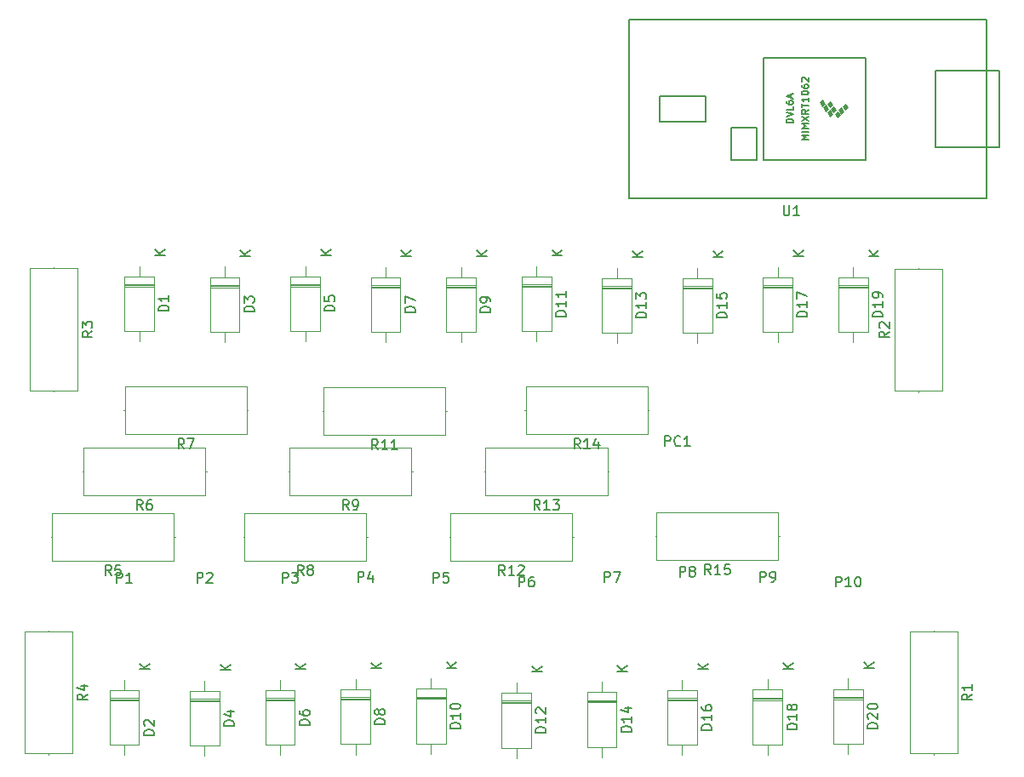
<source format=gbr>
%TF.GenerationSoftware,KiCad,Pcbnew,8.0.1*%
%TF.CreationDate,2024-04-01T06:51:43-04:00*%
%TF.ProjectId,emandoharp,656d616e-646f-4686-9172-702e6b696361,rev?*%
%TF.SameCoordinates,Original*%
%TF.FileFunction,Legend,Top*%
%TF.FilePolarity,Positive*%
%FSLAX46Y46*%
G04 Gerber Fmt 4.6, Leading zero omitted, Abs format (unit mm)*
G04 Created by KiCad (PCBNEW 8.0.1) date 2024-04-01 06:51:43*
%MOMM*%
%LPD*%
G01*
G04 APERTURE LIST*
%ADD10C,0.150000*%
%ADD11C,0.100000*%
%ADD12C,0.120000*%
G04 APERTURE END LIST*
D10*
X126588095Y-96614819D02*
X126588095Y-97424342D01*
X126588095Y-97424342D02*
X126635714Y-97519580D01*
X126635714Y-97519580D02*
X126683333Y-97567200D01*
X126683333Y-97567200D02*
X126778571Y-97614819D01*
X126778571Y-97614819D02*
X126969047Y-97614819D01*
X126969047Y-97614819D02*
X127064285Y-97567200D01*
X127064285Y-97567200D02*
X127111904Y-97519580D01*
X127111904Y-97519580D02*
X127159523Y-97424342D01*
X127159523Y-97424342D02*
X127159523Y-96614819D01*
X128159523Y-97614819D02*
X127588095Y-97614819D01*
X127873809Y-97614819D02*
X127873809Y-96614819D01*
X127873809Y-96614819D02*
X127778571Y-96757676D01*
X127778571Y-96757676D02*
X127683333Y-96852914D01*
X127683333Y-96852914D02*
X127588095Y-96900533D01*
X127538033Y-88400000D02*
X126838033Y-88400000D01*
X126838033Y-88400000D02*
X126838033Y-88233333D01*
X126838033Y-88233333D02*
X126871366Y-88133333D01*
X126871366Y-88133333D02*
X126938033Y-88066667D01*
X126938033Y-88066667D02*
X127004700Y-88033333D01*
X127004700Y-88033333D02*
X127138033Y-88000000D01*
X127138033Y-88000000D02*
X127238033Y-88000000D01*
X127238033Y-88000000D02*
X127371366Y-88033333D01*
X127371366Y-88033333D02*
X127438033Y-88066667D01*
X127438033Y-88066667D02*
X127504700Y-88133333D01*
X127504700Y-88133333D02*
X127538033Y-88233333D01*
X127538033Y-88233333D02*
X127538033Y-88400000D01*
X126838033Y-87800000D02*
X127538033Y-87566667D01*
X127538033Y-87566667D02*
X126838033Y-87333333D01*
X127538033Y-86766667D02*
X127538033Y-87100000D01*
X127538033Y-87100000D02*
X126838033Y-87100000D01*
X126838033Y-86233333D02*
X126838033Y-86366666D01*
X126838033Y-86366666D02*
X126871366Y-86433333D01*
X126871366Y-86433333D02*
X126904700Y-86466666D01*
X126904700Y-86466666D02*
X127004700Y-86533333D01*
X127004700Y-86533333D02*
X127138033Y-86566666D01*
X127138033Y-86566666D02*
X127404700Y-86566666D01*
X127404700Y-86566666D02*
X127471366Y-86533333D01*
X127471366Y-86533333D02*
X127504700Y-86500000D01*
X127504700Y-86500000D02*
X127538033Y-86433333D01*
X127538033Y-86433333D02*
X127538033Y-86300000D01*
X127538033Y-86300000D02*
X127504700Y-86233333D01*
X127504700Y-86233333D02*
X127471366Y-86200000D01*
X127471366Y-86200000D02*
X127404700Y-86166666D01*
X127404700Y-86166666D02*
X127238033Y-86166666D01*
X127238033Y-86166666D02*
X127171366Y-86200000D01*
X127171366Y-86200000D02*
X127138033Y-86233333D01*
X127138033Y-86233333D02*
X127104700Y-86300000D01*
X127104700Y-86300000D02*
X127104700Y-86433333D01*
X127104700Y-86433333D02*
X127138033Y-86500000D01*
X127138033Y-86500000D02*
X127171366Y-86533333D01*
X127171366Y-86533333D02*
X127238033Y-86566666D01*
X127338033Y-85899999D02*
X127338033Y-85566666D01*
X127538033Y-85966666D02*
X126838033Y-85733333D01*
X126838033Y-85733333D02*
X127538033Y-85499999D01*
X129062033Y-90083333D02*
X128362033Y-90083333D01*
X128362033Y-90083333D02*
X128862033Y-89850000D01*
X128862033Y-89850000D02*
X128362033Y-89616666D01*
X128362033Y-89616666D02*
X129062033Y-89616666D01*
X129062033Y-89283333D02*
X128362033Y-89283333D01*
X129062033Y-88950000D02*
X128362033Y-88950000D01*
X128362033Y-88950000D02*
X128862033Y-88716667D01*
X128862033Y-88716667D02*
X128362033Y-88483333D01*
X128362033Y-88483333D02*
X129062033Y-88483333D01*
X128362033Y-88216667D02*
X129062033Y-87750000D01*
X128362033Y-87750000D02*
X129062033Y-88216667D01*
X129062033Y-87083333D02*
X128728700Y-87316666D01*
X129062033Y-87483333D02*
X128362033Y-87483333D01*
X128362033Y-87483333D02*
X128362033Y-87216666D01*
X128362033Y-87216666D02*
X128395366Y-87150000D01*
X128395366Y-87150000D02*
X128428700Y-87116666D01*
X128428700Y-87116666D02*
X128495366Y-87083333D01*
X128495366Y-87083333D02*
X128595366Y-87083333D01*
X128595366Y-87083333D02*
X128662033Y-87116666D01*
X128662033Y-87116666D02*
X128695366Y-87150000D01*
X128695366Y-87150000D02*
X128728700Y-87216666D01*
X128728700Y-87216666D02*
X128728700Y-87483333D01*
X128362033Y-86883333D02*
X128362033Y-86483333D01*
X129062033Y-86683333D02*
X128362033Y-86683333D01*
X129062033Y-85883333D02*
X129062033Y-86283333D01*
X129062033Y-86083333D02*
X128362033Y-86083333D01*
X128362033Y-86083333D02*
X128462033Y-86150000D01*
X128462033Y-86150000D02*
X128528700Y-86216667D01*
X128528700Y-86216667D02*
X128562033Y-86283333D01*
X128362033Y-85450000D02*
X128362033Y-85383333D01*
X128362033Y-85383333D02*
X128395366Y-85316666D01*
X128395366Y-85316666D02*
X128428700Y-85283333D01*
X128428700Y-85283333D02*
X128495366Y-85250000D01*
X128495366Y-85250000D02*
X128628700Y-85216666D01*
X128628700Y-85216666D02*
X128795366Y-85216666D01*
X128795366Y-85216666D02*
X128928700Y-85250000D01*
X128928700Y-85250000D02*
X128995366Y-85283333D01*
X128995366Y-85283333D02*
X129028700Y-85316666D01*
X129028700Y-85316666D02*
X129062033Y-85383333D01*
X129062033Y-85383333D02*
X129062033Y-85450000D01*
X129062033Y-85450000D02*
X129028700Y-85516666D01*
X129028700Y-85516666D02*
X128995366Y-85550000D01*
X128995366Y-85550000D02*
X128928700Y-85583333D01*
X128928700Y-85583333D02*
X128795366Y-85616666D01*
X128795366Y-85616666D02*
X128628700Y-85616666D01*
X128628700Y-85616666D02*
X128495366Y-85583333D01*
X128495366Y-85583333D02*
X128428700Y-85550000D01*
X128428700Y-85550000D02*
X128395366Y-85516666D01*
X128395366Y-85516666D02*
X128362033Y-85450000D01*
X128362033Y-84616666D02*
X128362033Y-84749999D01*
X128362033Y-84749999D02*
X128395366Y-84816666D01*
X128395366Y-84816666D02*
X128428700Y-84849999D01*
X128428700Y-84849999D02*
X128528700Y-84916666D01*
X128528700Y-84916666D02*
X128662033Y-84949999D01*
X128662033Y-84949999D02*
X128928700Y-84949999D01*
X128928700Y-84949999D02*
X128995366Y-84916666D01*
X128995366Y-84916666D02*
X129028700Y-84883333D01*
X129028700Y-84883333D02*
X129062033Y-84816666D01*
X129062033Y-84816666D02*
X129062033Y-84683333D01*
X129062033Y-84683333D02*
X129028700Y-84616666D01*
X129028700Y-84616666D02*
X128995366Y-84583333D01*
X128995366Y-84583333D02*
X128928700Y-84549999D01*
X128928700Y-84549999D02*
X128762033Y-84549999D01*
X128762033Y-84549999D02*
X128695366Y-84583333D01*
X128695366Y-84583333D02*
X128662033Y-84616666D01*
X128662033Y-84616666D02*
X128628700Y-84683333D01*
X128628700Y-84683333D02*
X128628700Y-84816666D01*
X128628700Y-84816666D02*
X128662033Y-84883333D01*
X128662033Y-84883333D02*
X128695366Y-84916666D01*
X128695366Y-84916666D02*
X128762033Y-84949999D01*
X128428700Y-84283332D02*
X128395366Y-84249999D01*
X128395366Y-84249999D02*
X128362033Y-84183332D01*
X128362033Y-84183332D02*
X128362033Y-84016666D01*
X128362033Y-84016666D02*
X128395366Y-83949999D01*
X128395366Y-83949999D02*
X128428700Y-83916666D01*
X128428700Y-83916666D02*
X128495366Y-83883332D01*
X128495366Y-83883332D02*
X128562033Y-83883332D01*
X128562033Y-83883332D02*
X128662033Y-83916666D01*
X128662033Y-83916666D02*
X129062033Y-84316666D01*
X129062033Y-84316666D02*
X129062033Y-83883332D01*
X104924819Y-107634285D02*
X103924819Y-107634285D01*
X103924819Y-107634285D02*
X103924819Y-107396190D01*
X103924819Y-107396190D02*
X103972438Y-107253333D01*
X103972438Y-107253333D02*
X104067676Y-107158095D01*
X104067676Y-107158095D02*
X104162914Y-107110476D01*
X104162914Y-107110476D02*
X104353390Y-107062857D01*
X104353390Y-107062857D02*
X104496247Y-107062857D01*
X104496247Y-107062857D02*
X104686723Y-107110476D01*
X104686723Y-107110476D02*
X104781961Y-107158095D01*
X104781961Y-107158095D02*
X104877200Y-107253333D01*
X104877200Y-107253333D02*
X104924819Y-107396190D01*
X104924819Y-107396190D02*
X104924819Y-107634285D01*
X104924819Y-106110476D02*
X104924819Y-106681904D01*
X104924819Y-106396190D02*
X103924819Y-106396190D01*
X103924819Y-106396190D02*
X104067676Y-106491428D01*
X104067676Y-106491428D02*
X104162914Y-106586666D01*
X104162914Y-106586666D02*
X104210533Y-106681904D01*
X104924819Y-105158095D02*
X104924819Y-105729523D01*
X104924819Y-105443809D02*
X103924819Y-105443809D01*
X103924819Y-105443809D02*
X104067676Y-105539047D01*
X104067676Y-105539047D02*
X104162914Y-105634285D01*
X104162914Y-105634285D02*
X104210533Y-105729523D01*
X104554819Y-101601904D02*
X103554819Y-101601904D01*
X104554819Y-101030476D02*
X103983390Y-101459047D01*
X103554819Y-101030476D02*
X104126247Y-101601904D01*
X119357142Y-133324819D02*
X119023809Y-132848628D01*
X118785714Y-133324819D02*
X118785714Y-132324819D01*
X118785714Y-132324819D02*
X119166666Y-132324819D01*
X119166666Y-132324819D02*
X119261904Y-132372438D01*
X119261904Y-132372438D02*
X119309523Y-132420057D01*
X119309523Y-132420057D02*
X119357142Y-132515295D01*
X119357142Y-132515295D02*
X119357142Y-132658152D01*
X119357142Y-132658152D02*
X119309523Y-132753390D01*
X119309523Y-132753390D02*
X119261904Y-132801009D01*
X119261904Y-132801009D02*
X119166666Y-132848628D01*
X119166666Y-132848628D02*
X118785714Y-132848628D01*
X120309523Y-133324819D02*
X119738095Y-133324819D01*
X120023809Y-133324819D02*
X120023809Y-132324819D01*
X120023809Y-132324819D02*
X119928571Y-132467676D01*
X119928571Y-132467676D02*
X119833333Y-132562914D01*
X119833333Y-132562914D02*
X119738095Y-132610533D01*
X121214285Y-132324819D02*
X120738095Y-132324819D01*
X120738095Y-132324819D02*
X120690476Y-132801009D01*
X120690476Y-132801009D02*
X120738095Y-132753390D01*
X120738095Y-132753390D02*
X120833333Y-132705771D01*
X120833333Y-132705771D02*
X121071428Y-132705771D01*
X121071428Y-132705771D02*
X121166666Y-132753390D01*
X121166666Y-132753390D02*
X121214285Y-132801009D01*
X121214285Y-132801009D02*
X121261904Y-132896247D01*
X121261904Y-132896247D02*
X121261904Y-133134342D01*
X121261904Y-133134342D02*
X121214285Y-133229580D01*
X121214285Y-133229580D02*
X121166666Y-133277200D01*
X121166666Y-133277200D02*
X121071428Y-133324819D01*
X121071428Y-133324819D02*
X120833333Y-133324819D01*
X120833333Y-133324819D02*
X120738095Y-133277200D01*
X120738095Y-133277200D02*
X120690476Y-133229580D01*
X106357142Y-120824819D02*
X106023809Y-120348628D01*
X105785714Y-120824819D02*
X105785714Y-119824819D01*
X105785714Y-119824819D02*
X106166666Y-119824819D01*
X106166666Y-119824819D02*
X106261904Y-119872438D01*
X106261904Y-119872438D02*
X106309523Y-119920057D01*
X106309523Y-119920057D02*
X106357142Y-120015295D01*
X106357142Y-120015295D02*
X106357142Y-120158152D01*
X106357142Y-120158152D02*
X106309523Y-120253390D01*
X106309523Y-120253390D02*
X106261904Y-120301009D01*
X106261904Y-120301009D02*
X106166666Y-120348628D01*
X106166666Y-120348628D02*
X105785714Y-120348628D01*
X107309523Y-120824819D02*
X106738095Y-120824819D01*
X107023809Y-120824819D02*
X107023809Y-119824819D01*
X107023809Y-119824819D02*
X106928571Y-119967676D01*
X106928571Y-119967676D02*
X106833333Y-120062914D01*
X106833333Y-120062914D02*
X106738095Y-120110533D01*
X108166666Y-120158152D02*
X108166666Y-120824819D01*
X107928571Y-119777200D02*
X107690476Y-120491485D01*
X107690476Y-120491485D02*
X108309523Y-120491485D01*
X102357142Y-126904819D02*
X102023809Y-126428628D01*
X101785714Y-126904819D02*
X101785714Y-125904819D01*
X101785714Y-125904819D02*
X102166666Y-125904819D01*
X102166666Y-125904819D02*
X102261904Y-125952438D01*
X102261904Y-125952438D02*
X102309523Y-126000057D01*
X102309523Y-126000057D02*
X102357142Y-126095295D01*
X102357142Y-126095295D02*
X102357142Y-126238152D01*
X102357142Y-126238152D02*
X102309523Y-126333390D01*
X102309523Y-126333390D02*
X102261904Y-126381009D01*
X102261904Y-126381009D02*
X102166666Y-126428628D01*
X102166666Y-126428628D02*
X101785714Y-126428628D01*
X103309523Y-126904819D02*
X102738095Y-126904819D01*
X103023809Y-126904819D02*
X103023809Y-125904819D01*
X103023809Y-125904819D02*
X102928571Y-126047676D01*
X102928571Y-126047676D02*
X102833333Y-126142914D01*
X102833333Y-126142914D02*
X102738095Y-126190533D01*
X103642857Y-125904819D02*
X104261904Y-125904819D01*
X104261904Y-125904819D02*
X103928571Y-126285771D01*
X103928571Y-126285771D02*
X104071428Y-126285771D01*
X104071428Y-126285771D02*
X104166666Y-126333390D01*
X104166666Y-126333390D02*
X104214285Y-126381009D01*
X104214285Y-126381009D02*
X104261904Y-126476247D01*
X104261904Y-126476247D02*
X104261904Y-126714342D01*
X104261904Y-126714342D02*
X104214285Y-126809580D01*
X104214285Y-126809580D02*
X104166666Y-126857200D01*
X104166666Y-126857200D02*
X104071428Y-126904819D01*
X104071428Y-126904819D02*
X103785714Y-126904819D01*
X103785714Y-126904819D02*
X103690476Y-126857200D01*
X103690476Y-126857200D02*
X103642857Y-126809580D01*
X98857142Y-133404819D02*
X98523809Y-132928628D01*
X98285714Y-133404819D02*
X98285714Y-132404819D01*
X98285714Y-132404819D02*
X98666666Y-132404819D01*
X98666666Y-132404819D02*
X98761904Y-132452438D01*
X98761904Y-132452438D02*
X98809523Y-132500057D01*
X98809523Y-132500057D02*
X98857142Y-132595295D01*
X98857142Y-132595295D02*
X98857142Y-132738152D01*
X98857142Y-132738152D02*
X98809523Y-132833390D01*
X98809523Y-132833390D02*
X98761904Y-132881009D01*
X98761904Y-132881009D02*
X98666666Y-132928628D01*
X98666666Y-132928628D02*
X98285714Y-132928628D01*
X99809523Y-133404819D02*
X99238095Y-133404819D01*
X99523809Y-133404819D02*
X99523809Y-132404819D01*
X99523809Y-132404819D02*
X99428571Y-132547676D01*
X99428571Y-132547676D02*
X99333333Y-132642914D01*
X99333333Y-132642914D02*
X99238095Y-132690533D01*
X100190476Y-132500057D02*
X100238095Y-132452438D01*
X100238095Y-132452438D02*
X100333333Y-132404819D01*
X100333333Y-132404819D02*
X100571428Y-132404819D01*
X100571428Y-132404819D02*
X100666666Y-132452438D01*
X100666666Y-132452438D02*
X100714285Y-132500057D01*
X100714285Y-132500057D02*
X100761904Y-132595295D01*
X100761904Y-132595295D02*
X100761904Y-132690533D01*
X100761904Y-132690533D02*
X100714285Y-132833390D01*
X100714285Y-132833390D02*
X100142857Y-133404819D01*
X100142857Y-133404819D02*
X100761904Y-133404819D01*
X86237142Y-120904819D02*
X85903809Y-120428628D01*
X85665714Y-120904819D02*
X85665714Y-119904819D01*
X85665714Y-119904819D02*
X86046666Y-119904819D01*
X86046666Y-119904819D02*
X86141904Y-119952438D01*
X86141904Y-119952438D02*
X86189523Y-120000057D01*
X86189523Y-120000057D02*
X86237142Y-120095295D01*
X86237142Y-120095295D02*
X86237142Y-120238152D01*
X86237142Y-120238152D02*
X86189523Y-120333390D01*
X86189523Y-120333390D02*
X86141904Y-120381009D01*
X86141904Y-120381009D02*
X86046666Y-120428628D01*
X86046666Y-120428628D02*
X85665714Y-120428628D01*
X87189523Y-120904819D02*
X86618095Y-120904819D01*
X86903809Y-120904819D02*
X86903809Y-119904819D01*
X86903809Y-119904819D02*
X86808571Y-120047676D01*
X86808571Y-120047676D02*
X86713333Y-120142914D01*
X86713333Y-120142914D02*
X86618095Y-120190533D01*
X88141904Y-120904819D02*
X87570476Y-120904819D01*
X87856190Y-120904819D02*
X87856190Y-119904819D01*
X87856190Y-119904819D02*
X87760952Y-120047676D01*
X87760952Y-120047676D02*
X87665714Y-120142914D01*
X87665714Y-120142914D02*
X87570476Y-120190533D01*
X83333333Y-126904819D02*
X83000000Y-126428628D01*
X82761905Y-126904819D02*
X82761905Y-125904819D01*
X82761905Y-125904819D02*
X83142857Y-125904819D01*
X83142857Y-125904819D02*
X83238095Y-125952438D01*
X83238095Y-125952438D02*
X83285714Y-126000057D01*
X83285714Y-126000057D02*
X83333333Y-126095295D01*
X83333333Y-126095295D02*
X83333333Y-126238152D01*
X83333333Y-126238152D02*
X83285714Y-126333390D01*
X83285714Y-126333390D02*
X83238095Y-126381009D01*
X83238095Y-126381009D02*
X83142857Y-126428628D01*
X83142857Y-126428628D02*
X82761905Y-126428628D01*
X83809524Y-126904819D02*
X84000000Y-126904819D01*
X84000000Y-126904819D02*
X84095238Y-126857200D01*
X84095238Y-126857200D02*
X84142857Y-126809580D01*
X84142857Y-126809580D02*
X84238095Y-126666723D01*
X84238095Y-126666723D02*
X84285714Y-126476247D01*
X84285714Y-126476247D02*
X84285714Y-126095295D01*
X84285714Y-126095295D02*
X84238095Y-126000057D01*
X84238095Y-126000057D02*
X84190476Y-125952438D01*
X84190476Y-125952438D02*
X84095238Y-125904819D01*
X84095238Y-125904819D02*
X83904762Y-125904819D01*
X83904762Y-125904819D02*
X83809524Y-125952438D01*
X83809524Y-125952438D02*
X83761905Y-126000057D01*
X83761905Y-126000057D02*
X83714286Y-126095295D01*
X83714286Y-126095295D02*
X83714286Y-126333390D01*
X83714286Y-126333390D02*
X83761905Y-126428628D01*
X83761905Y-126428628D02*
X83809524Y-126476247D01*
X83809524Y-126476247D02*
X83904762Y-126523866D01*
X83904762Y-126523866D02*
X84095238Y-126523866D01*
X84095238Y-126523866D02*
X84190476Y-126476247D01*
X84190476Y-126476247D02*
X84238095Y-126428628D01*
X84238095Y-126428628D02*
X84285714Y-126333390D01*
X78833333Y-133404819D02*
X78500000Y-132928628D01*
X78261905Y-133404819D02*
X78261905Y-132404819D01*
X78261905Y-132404819D02*
X78642857Y-132404819D01*
X78642857Y-132404819D02*
X78738095Y-132452438D01*
X78738095Y-132452438D02*
X78785714Y-132500057D01*
X78785714Y-132500057D02*
X78833333Y-132595295D01*
X78833333Y-132595295D02*
X78833333Y-132738152D01*
X78833333Y-132738152D02*
X78785714Y-132833390D01*
X78785714Y-132833390D02*
X78738095Y-132881009D01*
X78738095Y-132881009D02*
X78642857Y-132928628D01*
X78642857Y-132928628D02*
X78261905Y-132928628D01*
X79404762Y-132833390D02*
X79309524Y-132785771D01*
X79309524Y-132785771D02*
X79261905Y-132738152D01*
X79261905Y-132738152D02*
X79214286Y-132642914D01*
X79214286Y-132642914D02*
X79214286Y-132595295D01*
X79214286Y-132595295D02*
X79261905Y-132500057D01*
X79261905Y-132500057D02*
X79309524Y-132452438D01*
X79309524Y-132452438D02*
X79404762Y-132404819D01*
X79404762Y-132404819D02*
X79595238Y-132404819D01*
X79595238Y-132404819D02*
X79690476Y-132452438D01*
X79690476Y-132452438D02*
X79738095Y-132500057D01*
X79738095Y-132500057D02*
X79785714Y-132595295D01*
X79785714Y-132595295D02*
X79785714Y-132642914D01*
X79785714Y-132642914D02*
X79738095Y-132738152D01*
X79738095Y-132738152D02*
X79690476Y-132785771D01*
X79690476Y-132785771D02*
X79595238Y-132833390D01*
X79595238Y-132833390D02*
X79404762Y-132833390D01*
X79404762Y-132833390D02*
X79309524Y-132881009D01*
X79309524Y-132881009D02*
X79261905Y-132928628D01*
X79261905Y-132928628D02*
X79214286Y-133023866D01*
X79214286Y-133023866D02*
X79214286Y-133214342D01*
X79214286Y-133214342D02*
X79261905Y-133309580D01*
X79261905Y-133309580D02*
X79309524Y-133357200D01*
X79309524Y-133357200D02*
X79404762Y-133404819D01*
X79404762Y-133404819D02*
X79595238Y-133404819D01*
X79595238Y-133404819D02*
X79690476Y-133357200D01*
X79690476Y-133357200D02*
X79738095Y-133309580D01*
X79738095Y-133309580D02*
X79785714Y-133214342D01*
X79785714Y-133214342D02*
X79785714Y-133023866D01*
X79785714Y-133023866D02*
X79738095Y-132928628D01*
X79738095Y-132928628D02*
X79690476Y-132881009D01*
X79690476Y-132881009D02*
X79595238Y-132833390D01*
X66953333Y-120824819D02*
X66620000Y-120348628D01*
X66381905Y-120824819D02*
X66381905Y-119824819D01*
X66381905Y-119824819D02*
X66762857Y-119824819D01*
X66762857Y-119824819D02*
X66858095Y-119872438D01*
X66858095Y-119872438D02*
X66905714Y-119920057D01*
X66905714Y-119920057D02*
X66953333Y-120015295D01*
X66953333Y-120015295D02*
X66953333Y-120158152D01*
X66953333Y-120158152D02*
X66905714Y-120253390D01*
X66905714Y-120253390D02*
X66858095Y-120301009D01*
X66858095Y-120301009D02*
X66762857Y-120348628D01*
X66762857Y-120348628D02*
X66381905Y-120348628D01*
X67286667Y-119824819D02*
X67953333Y-119824819D01*
X67953333Y-119824819D02*
X67524762Y-120824819D01*
X62833333Y-126904819D02*
X62500000Y-126428628D01*
X62261905Y-126904819D02*
X62261905Y-125904819D01*
X62261905Y-125904819D02*
X62642857Y-125904819D01*
X62642857Y-125904819D02*
X62738095Y-125952438D01*
X62738095Y-125952438D02*
X62785714Y-126000057D01*
X62785714Y-126000057D02*
X62833333Y-126095295D01*
X62833333Y-126095295D02*
X62833333Y-126238152D01*
X62833333Y-126238152D02*
X62785714Y-126333390D01*
X62785714Y-126333390D02*
X62738095Y-126381009D01*
X62738095Y-126381009D02*
X62642857Y-126428628D01*
X62642857Y-126428628D02*
X62261905Y-126428628D01*
X63690476Y-125904819D02*
X63500000Y-125904819D01*
X63500000Y-125904819D02*
X63404762Y-125952438D01*
X63404762Y-125952438D02*
X63357143Y-126000057D01*
X63357143Y-126000057D02*
X63261905Y-126142914D01*
X63261905Y-126142914D02*
X63214286Y-126333390D01*
X63214286Y-126333390D02*
X63214286Y-126714342D01*
X63214286Y-126714342D02*
X63261905Y-126809580D01*
X63261905Y-126809580D02*
X63309524Y-126857200D01*
X63309524Y-126857200D02*
X63404762Y-126904819D01*
X63404762Y-126904819D02*
X63595238Y-126904819D01*
X63595238Y-126904819D02*
X63690476Y-126857200D01*
X63690476Y-126857200D02*
X63738095Y-126809580D01*
X63738095Y-126809580D02*
X63785714Y-126714342D01*
X63785714Y-126714342D02*
X63785714Y-126476247D01*
X63785714Y-126476247D02*
X63738095Y-126381009D01*
X63738095Y-126381009D02*
X63690476Y-126333390D01*
X63690476Y-126333390D02*
X63595238Y-126285771D01*
X63595238Y-126285771D02*
X63404762Y-126285771D01*
X63404762Y-126285771D02*
X63309524Y-126333390D01*
X63309524Y-126333390D02*
X63261905Y-126381009D01*
X63261905Y-126381009D02*
X63214286Y-126476247D01*
X59713333Y-133404819D02*
X59380000Y-132928628D01*
X59141905Y-133404819D02*
X59141905Y-132404819D01*
X59141905Y-132404819D02*
X59522857Y-132404819D01*
X59522857Y-132404819D02*
X59618095Y-132452438D01*
X59618095Y-132452438D02*
X59665714Y-132500057D01*
X59665714Y-132500057D02*
X59713333Y-132595295D01*
X59713333Y-132595295D02*
X59713333Y-132738152D01*
X59713333Y-132738152D02*
X59665714Y-132833390D01*
X59665714Y-132833390D02*
X59618095Y-132881009D01*
X59618095Y-132881009D02*
X59522857Y-132928628D01*
X59522857Y-132928628D02*
X59141905Y-132928628D01*
X60618095Y-132404819D02*
X60141905Y-132404819D01*
X60141905Y-132404819D02*
X60094286Y-132881009D01*
X60094286Y-132881009D02*
X60141905Y-132833390D01*
X60141905Y-132833390D02*
X60237143Y-132785771D01*
X60237143Y-132785771D02*
X60475238Y-132785771D01*
X60475238Y-132785771D02*
X60570476Y-132833390D01*
X60570476Y-132833390D02*
X60618095Y-132881009D01*
X60618095Y-132881009D02*
X60665714Y-132976247D01*
X60665714Y-132976247D02*
X60665714Y-133214342D01*
X60665714Y-133214342D02*
X60618095Y-133309580D01*
X60618095Y-133309580D02*
X60570476Y-133357200D01*
X60570476Y-133357200D02*
X60475238Y-133404819D01*
X60475238Y-133404819D02*
X60237143Y-133404819D01*
X60237143Y-133404819D02*
X60141905Y-133357200D01*
X60141905Y-133357200D02*
X60094286Y-133309580D01*
X57324819Y-145246666D02*
X56848628Y-145579999D01*
X57324819Y-145818094D02*
X56324819Y-145818094D01*
X56324819Y-145818094D02*
X56324819Y-145437142D01*
X56324819Y-145437142D02*
X56372438Y-145341904D01*
X56372438Y-145341904D02*
X56420057Y-145294285D01*
X56420057Y-145294285D02*
X56515295Y-145246666D01*
X56515295Y-145246666D02*
X56658152Y-145246666D01*
X56658152Y-145246666D02*
X56753390Y-145294285D01*
X56753390Y-145294285D02*
X56801009Y-145341904D01*
X56801009Y-145341904D02*
X56848628Y-145437142D01*
X56848628Y-145437142D02*
X56848628Y-145818094D01*
X56658152Y-144389523D02*
X57324819Y-144389523D01*
X56277200Y-144627618D02*
X56991485Y-144865713D01*
X56991485Y-144865713D02*
X56991485Y-144246666D01*
X57824819Y-109126666D02*
X57348628Y-109459999D01*
X57824819Y-109698094D02*
X56824819Y-109698094D01*
X56824819Y-109698094D02*
X56824819Y-109317142D01*
X56824819Y-109317142D02*
X56872438Y-109221904D01*
X56872438Y-109221904D02*
X56920057Y-109174285D01*
X56920057Y-109174285D02*
X57015295Y-109126666D01*
X57015295Y-109126666D02*
X57158152Y-109126666D01*
X57158152Y-109126666D02*
X57253390Y-109174285D01*
X57253390Y-109174285D02*
X57301009Y-109221904D01*
X57301009Y-109221904D02*
X57348628Y-109317142D01*
X57348628Y-109317142D02*
X57348628Y-109698094D01*
X56824819Y-108793332D02*
X56824819Y-108174285D01*
X56824819Y-108174285D02*
X57205771Y-108507618D01*
X57205771Y-108507618D02*
X57205771Y-108364761D01*
X57205771Y-108364761D02*
X57253390Y-108269523D01*
X57253390Y-108269523D02*
X57301009Y-108221904D01*
X57301009Y-108221904D02*
X57396247Y-108174285D01*
X57396247Y-108174285D02*
X57634342Y-108174285D01*
X57634342Y-108174285D02*
X57729580Y-108221904D01*
X57729580Y-108221904D02*
X57777200Y-108269523D01*
X57777200Y-108269523D02*
X57824819Y-108364761D01*
X57824819Y-108364761D02*
X57824819Y-108650475D01*
X57824819Y-108650475D02*
X57777200Y-108745713D01*
X57777200Y-108745713D02*
X57729580Y-108793332D01*
X137084819Y-109166666D02*
X136608628Y-109499999D01*
X137084819Y-109738094D02*
X136084819Y-109738094D01*
X136084819Y-109738094D02*
X136084819Y-109357142D01*
X136084819Y-109357142D02*
X136132438Y-109261904D01*
X136132438Y-109261904D02*
X136180057Y-109214285D01*
X136180057Y-109214285D02*
X136275295Y-109166666D01*
X136275295Y-109166666D02*
X136418152Y-109166666D01*
X136418152Y-109166666D02*
X136513390Y-109214285D01*
X136513390Y-109214285D02*
X136561009Y-109261904D01*
X136561009Y-109261904D02*
X136608628Y-109357142D01*
X136608628Y-109357142D02*
X136608628Y-109738094D01*
X136180057Y-108785713D02*
X136132438Y-108738094D01*
X136132438Y-108738094D02*
X136084819Y-108642856D01*
X136084819Y-108642856D02*
X136084819Y-108404761D01*
X136084819Y-108404761D02*
X136132438Y-108309523D01*
X136132438Y-108309523D02*
X136180057Y-108261904D01*
X136180057Y-108261904D02*
X136275295Y-108214285D01*
X136275295Y-108214285D02*
X136370533Y-108214285D01*
X136370533Y-108214285D02*
X136513390Y-108261904D01*
X136513390Y-108261904D02*
X137084819Y-108833332D01*
X137084819Y-108833332D02*
X137084819Y-108214285D01*
X145324819Y-145246666D02*
X144848628Y-145579999D01*
X145324819Y-145818094D02*
X144324819Y-145818094D01*
X144324819Y-145818094D02*
X144324819Y-145437142D01*
X144324819Y-145437142D02*
X144372438Y-145341904D01*
X144372438Y-145341904D02*
X144420057Y-145294285D01*
X144420057Y-145294285D02*
X144515295Y-145246666D01*
X144515295Y-145246666D02*
X144658152Y-145246666D01*
X144658152Y-145246666D02*
X144753390Y-145294285D01*
X144753390Y-145294285D02*
X144801009Y-145341904D01*
X144801009Y-145341904D02*
X144848628Y-145437142D01*
X144848628Y-145437142D02*
X144848628Y-145818094D01*
X145324819Y-144294285D02*
X145324819Y-144865713D01*
X145324819Y-144579999D02*
X144324819Y-144579999D01*
X144324819Y-144579999D02*
X144467676Y-144675237D01*
X144467676Y-144675237D02*
X144562914Y-144770475D01*
X144562914Y-144770475D02*
X144610533Y-144865713D01*
X114761905Y-120554819D02*
X114761905Y-119554819D01*
X114761905Y-119554819D02*
X115142857Y-119554819D01*
X115142857Y-119554819D02*
X115238095Y-119602438D01*
X115238095Y-119602438D02*
X115285714Y-119650057D01*
X115285714Y-119650057D02*
X115333333Y-119745295D01*
X115333333Y-119745295D02*
X115333333Y-119888152D01*
X115333333Y-119888152D02*
X115285714Y-119983390D01*
X115285714Y-119983390D02*
X115238095Y-120031009D01*
X115238095Y-120031009D02*
X115142857Y-120078628D01*
X115142857Y-120078628D02*
X114761905Y-120078628D01*
X116333333Y-120459580D02*
X116285714Y-120507200D01*
X116285714Y-120507200D02*
X116142857Y-120554819D01*
X116142857Y-120554819D02*
X116047619Y-120554819D01*
X116047619Y-120554819D02*
X115904762Y-120507200D01*
X115904762Y-120507200D02*
X115809524Y-120411961D01*
X115809524Y-120411961D02*
X115761905Y-120316723D01*
X115761905Y-120316723D02*
X115714286Y-120126247D01*
X115714286Y-120126247D02*
X115714286Y-119983390D01*
X115714286Y-119983390D02*
X115761905Y-119792914D01*
X115761905Y-119792914D02*
X115809524Y-119697676D01*
X115809524Y-119697676D02*
X115904762Y-119602438D01*
X115904762Y-119602438D02*
X116047619Y-119554819D01*
X116047619Y-119554819D02*
X116142857Y-119554819D01*
X116142857Y-119554819D02*
X116285714Y-119602438D01*
X116285714Y-119602438D02*
X116333333Y-119650057D01*
X117285714Y-120554819D02*
X116714286Y-120554819D01*
X117000000Y-120554819D02*
X117000000Y-119554819D01*
X117000000Y-119554819D02*
X116904762Y-119697676D01*
X116904762Y-119697676D02*
X116809524Y-119792914D01*
X116809524Y-119792914D02*
X116714286Y-119840533D01*
X131785714Y-134554819D02*
X131785714Y-133554819D01*
X131785714Y-133554819D02*
X132166666Y-133554819D01*
X132166666Y-133554819D02*
X132261904Y-133602438D01*
X132261904Y-133602438D02*
X132309523Y-133650057D01*
X132309523Y-133650057D02*
X132357142Y-133745295D01*
X132357142Y-133745295D02*
X132357142Y-133888152D01*
X132357142Y-133888152D02*
X132309523Y-133983390D01*
X132309523Y-133983390D02*
X132261904Y-134031009D01*
X132261904Y-134031009D02*
X132166666Y-134078628D01*
X132166666Y-134078628D02*
X131785714Y-134078628D01*
X133309523Y-134554819D02*
X132738095Y-134554819D01*
X133023809Y-134554819D02*
X133023809Y-133554819D01*
X133023809Y-133554819D02*
X132928571Y-133697676D01*
X132928571Y-133697676D02*
X132833333Y-133792914D01*
X132833333Y-133792914D02*
X132738095Y-133840533D01*
X133928571Y-133554819D02*
X134023809Y-133554819D01*
X134023809Y-133554819D02*
X134119047Y-133602438D01*
X134119047Y-133602438D02*
X134166666Y-133650057D01*
X134166666Y-133650057D02*
X134214285Y-133745295D01*
X134214285Y-133745295D02*
X134261904Y-133935771D01*
X134261904Y-133935771D02*
X134261904Y-134173866D01*
X134261904Y-134173866D02*
X134214285Y-134364342D01*
X134214285Y-134364342D02*
X134166666Y-134459580D01*
X134166666Y-134459580D02*
X134119047Y-134507200D01*
X134119047Y-134507200D02*
X134023809Y-134554819D01*
X134023809Y-134554819D02*
X133928571Y-134554819D01*
X133928571Y-134554819D02*
X133833333Y-134507200D01*
X133833333Y-134507200D02*
X133785714Y-134459580D01*
X133785714Y-134459580D02*
X133738095Y-134364342D01*
X133738095Y-134364342D02*
X133690476Y-134173866D01*
X133690476Y-134173866D02*
X133690476Y-133935771D01*
X133690476Y-133935771D02*
X133738095Y-133745295D01*
X133738095Y-133745295D02*
X133785714Y-133650057D01*
X133785714Y-133650057D02*
X133833333Y-133602438D01*
X133833333Y-133602438D02*
X133928571Y-133554819D01*
X124261905Y-134054819D02*
X124261905Y-133054819D01*
X124261905Y-133054819D02*
X124642857Y-133054819D01*
X124642857Y-133054819D02*
X124738095Y-133102438D01*
X124738095Y-133102438D02*
X124785714Y-133150057D01*
X124785714Y-133150057D02*
X124833333Y-133245295D01*
X124833333Y-133245295D02*
X124833333Y-133388152D01*
X124833333Y-133388152D02*
X124785714Y-133483390D01*
X124785714Y-133483390D02*
X124738095Y-133531009D01*
X124738095Y-133531009D02*
X124642857Y-133578628D01*
X124642857Y-133578628D02*
X124261905Y-133578628D01*
X125309524Y-134054819D02*
X125500000Y-134054819D01*
X125500000Y-134054819D02*
X125595238Y-134007200D01*
X125595238Y-134007200D02*
X125642857Y-133959580D01*
X125642857Y-133959580D02*
X125738095Y-133816723D01*
X125738095Y-133816723D02*
X125785714Y-133626247D01*
X125785714Y-133626247D02*
X125785714Y-133245295D01*
X125785714Y-133245295D02*
X125738095Y-133150057D01*
X125738095Y-133150057D02*
X125690476Y-133102438D01*
X125690476Y-133102438D02*
X125595238Y-133054819D01*
X125595238Y-133054819D02*
X125404762Y-133054819D01*
X125404762Y-133054819D02*
X125309524Y-133102438D01*
X125309524Y-133102438D02*
X125261905Y-133150057D01*
X125261905Y-133150057D02*
X125214286Y-133245295D01*
X125214286Y-133245295D02*
X125214286Y-133483390D01*
X125214286Y-133483390D02*
X125261905Y-133578628D01*
X125261905Y-133578628D02*
X125309524Y-133626247D01*
X125309524Y-133626247D02*
X125404762Y-133673866D01*
X125404762Y-133673866D02*
X125595238Y-133673866D01*
X125595238Y-133673866D02*
X125690476Y-133626247D01*
X125690476Y-133626247D02*
X125738095Y-133578628D01*
X125738095Y-133578628D02*
X125785714Y-133483390D01*
X116261905Y-133554819D02*
X116261905Y-132554819D01*
X116261905Y-132554819D02*
X116642857Y-132554819D01*
X116642857Y-132554819D02*
X116738095Y-132602438D01*
X116738095Y-132602438D02*
X116785714Y-132650057D01*
X116785714Y-132650057D02*
X116833333Y-132745295D01*
X116833333Y-132745295D02*
X116833333Y-132888152D01*
X116833333Y-132888152D02*
X116785714Y-132983390D01*
X116785714Y-132983390D02*
X116738095Y-133031009D01*
X116738095Y-133031009D02*
X116642857Y-133078628D01*
X116642857Y-133078628D02*
X116261905Y-133078628D01*
X117404762Y-132983390D02*
X117309524Y-132935771D01*
X117309524Y-132935771D02*
X117261905Y-132888152D01*
X117261905Y-132888152D02*
X117214286Y-132792914D01*
X117214286Y-132792914D02*
X117214286Y-132745295D01*
X117214286Y-132745295D02*
X117261905Y-132650057D01*
X117261905Y-132650057D02*
X117309524Y-132602438D01*
X117309524Y-132602438D02*
X117404762Y-132554819D01*
X117404762Y-132554819D02*
X117595238Y-132554819D01*
X117595238Y-132554819D02*
X117690476Y-132602438D01*
X117690476Y-132602438D02*
X117738095Y-132650057D01*
X117738095Y-132650057D02*
X117785714Y-132745295D01*
X117785714Y-132745295D02*
X117785714Y-132792914D01*
X117785714Y-132792914D02*
X117738095Y-132888152D01*
X117738095Y-132888152D02*
X117690476Y-132935771D01*
X117690476Y-132935771D02*
X117595238Y-132983390D01*
X117595238Y-132983390D02*
X117404762Y-132983390D01*
X117404762Y-132983390D02*
X117309524Y-133031009D01*
X117309524Y-133031009D02*
X117261905Y-133078628D01*
X117261905Y-133078628D02*
X117214286Y-133173866D01*
X117214286Y-133173866D02*
X117214286Y-133364342D01*
X117214286Y-133364342D02*
X117261905Y-133459580D01*
X117261905Y-133459580D02*
X117309524Y-133507200D01*
X117309524Y-133507200D02*
X117404762Y-133554819D01*
X117404762Y-133554819D02*
X117595238Y-133554819D01*
X117595238Y-133554819D02*
X117690476Y-133507200D01*
X117690476Y-133507200D02*
X117738095Y-133459580D01*
X117738095Y-133459580D02*
X117785714Y-133364342D01*
X117785714Y-133364342D02*
X117785714Y-133173866D01*
X117785714Y-133173866D02*
X117738095Y-133078628D01*
X117738095Y-133078628D02*
X117690476Y-133031009D01*
X117690476Y-133031009D02*
X117595238Y-132983390D01*
X108761905Y-134054819D02*
X108761905Y-133054819D01*
X108761905Y-133054819D02*
X109142857Y-133054819D01*
X109142857Y-133054819D02*
X109238095Y-133102438D01*
X109238095Y-133102438D02*
X109285714Y-133150057D01*
X109285714Y-133150057D02*
X109333333Y-133245295D01*
X109333333Y-133245295D02*
X109333333Y-133388152D01*
X109333333Y-133388152D02*
X109285714Y-133483390D01*
X109285714Y-133483390D02*
X109238095Y-133531009D01*
X109238095Y-133531009D02*
X109142857Y-133578628D01*
X109142857Y-133578628D02*
X108761905Y-133578628D01*
X109666667Y-133054819D02*
X110333333Y-133054819D01*
X110333333Y-133054819D02*
X109904762Y-134054819D01*
X100261905Y-134554819D02*
X100261905Y-133554819D01*
X100261905Y-133554819D02*
X100642857Y-133554819D01*
X100642857Y-133554819D02*
X100738095Y-133602438D01*
X100738095Y-133602438D02*
X100785714Y-133650057D01*
X100785714Y-133650057D02*
X100833333Y-133745295D01*
X100833333Y-133745295D02*
X100833333Y-133888152D01*
X100833333Y-133888152D02*
X100785714Y-133983390D01*
X100785714Y-133983390D02*
X100738095Y-134031009D01*
X100738095Y-134031009D02*
X100642857Y-134078628D01*
X100642857Y-134078628D02*
X100261905Y-134078628D01*
X101690476Y-133554819D02*
X101500000Y-133554819D01*
X101500000Y-133554819D02*
X101404762Y-133602438D01*
X101404762Y-133602438D02*
X101357143Y-133650057D01*
X101357143Y-133650057D02*
X101261905Y-133792914D01*
X101261905Y-133792914D02*
X101214286Y-133983390D01*
X101214286Y-133983390D02*
X101214286Y-134364342D01*
X101214286Y-134364342D02*
X101261905Y-134459580D01*
X101261905Y-134459580D02*
X101309524Y-134507200D01*
X101309524Y-134507200D02*
X101404762Y-134554819D01*
X101404762Y-134554819D02*
X101595238Y-134554819D01*
X101595238Y-134554819D02*
X101690476Y-134507200D01*
X101690476Y-134507200D02*
X101738095Y-134459580D01*
X101738095Y-134459580D02*
X101785714Y-134364342D01*
X101785714Y-134364342D02*
X101785714Y-134126247D01*
X101785714Y-134126247D02*
X101738095Y-134031009D01*
X101738095Y-134031009D02*
X101690476Y-133983390D01*
X101690476Y-133983390D02*
X101595238Y-133935771D01*
X101595238Y-133935771D02*
X101404762Y-133935771D01*
X101404762Y-133935771D02*
X101309524Y-133983390D01*
X101309524Y-133983390D02*
X101261905Y-134031009D01*
X101261905Y-134031009D02*
X101214286Y-134126247D01*
X91761905Y-134134819D02*
X91761905Y-133134819D01*
X91761905Y-133134819D02*
X92142857Y-133134819D01*
X92142857Y-133134819D02*
X92238095Y-133182438D01*
X92238095Y-133182438D02*
X92285714Y-133230057D01*
X92285714Y-133230057D02*
X92333333Y-133325295D01*
X92333333Y-133325295D02*
X92333333Y-133468152D01*
X92333333Y-133468152D02*
X92285714Y-133563390D01*
X92285714Y-133563390D02*
X92238095Y-133611009D01*
X92238095Y-133611009D02*
X92142857Y-133658628D01*
X92142857Y-133658628D02*
X91761905Y-133658628D01*
X93238095Y-133134819D02*
X92761905Y-133134819D01*
X92761905Y-133134819D02*
X92714286Y-133611009D01*
X92714286Y-133611009D02*
X92761905Y-133563390D01*
X92761905Y-133563390D02*
X92857143Y-133515771D01*
X92857143Y-133515771D02*
X93095238Y-133515771D01*
X93095238Y-133515771D02*
X93190476Y-133563390D01*
X93190476Y-133563390D02*
X93238095Y-133611009D01*
X93238095Y-133611009D02*
X93285714Y-133706247D01*
X93285714Y-133706247D02*
X93285714Y-133944342D01*
X93285714Y-133944342D02*
X93238095Y-134039580D01*
X93238095Y-134039580D02*
X93190476Y-134087200D01*
X93190476Y-134087200D02*
X93095238Y-134134819D01*
X93095238Y-134134819D02*
X92857143Y-134134819D01*
X92857143Y-134134819D02*
X92761905Y-134087200D01*
X92761905Y-134087200D02*
X92714286Y-134039580D01*
X84261905Y-134054819D02*
X84261905Y-133054819D01*
X84261905Y-133054819D02*
X84642857Y-133054819D01*
X84642857Y-133054819D02*
X84738095Y-133102438D01*
X84738095Y-133102438D02*
X84785714Y-133150057D01*
X84785714Y-133150057D02*
X84833333Y-133245295D01*
X84833333Y-133245295D02*
X84833333Y-133388152D01*
X84833333Y-133388152D02*
X84785714Y-133483390D01*
X84785714Y-133483390D02*
X84738095Y-133531009D01*
X84738095Y-133531009D02*
X84642857Y-133578628D01*
X84642857Y-133578628D02*
X84261905Y-133578628D01*
X85690476Y-133388152D02*
X85690476Y-134054819D01*
X85452381Y-133007200D02*
X85214286Y-133721485D01*
X85214286Y-133721485D02*
X85833333Y-133721485D01*
X76761905Y-134134819D02*
X76761905Y-133134819D01*
X76761905Y-133134819D02*
X77142857Y-133134819D01*
X77142857Y-133134819D02*
X77238095Y-133182438D01*
X77238095Y-133182438D02*
X77285714Y-133230057D01*
X77285714Y-133230057D02*
X77333333Y-133325295D01*
X77333333Y-133325295D02*
X77333333Y-133468152D01*
X77333333Y-133468152D02*
X77285714Y-133563390D01*
X77285714Y-133563390D02*
X77238095Y-133611009D01*
X77238095Y-133611009D02*
X77142857Y-133658628D01*
X77142857Y-133658628D02*
X76761905Y-133658628D01*
X77666667Y-133134819D02*
X78285714Y-133134819D01*
X78285714Y-133134819D02*
X77952381Y-133515771D01*
X77952381Y-133515771D02*
X78095238Y-133515771D01*
X78095238Y-133515771D02*
X78190476Y-133563390D01*
X78190476Y-133563390D02*
X78238095Y-133611009D01*
X78238095Y-133611009D02*
X78285714Y-133706247D01*
X78285714Y-133706247D02*
X78285714Y-133944342D01*
X78285714Y-133944342D02*
X78238095Y-134039580D01*
X78238095Y-134039580D02*
X78190476Y-134087200D01*
X78190476Y-134087200D02*
X78095238Y-134134819D01*
X78095238Y-134134819D02*
X77809524Y-134134819D01*
X77809524Y-134134819D02*
X77714286Y-134087200D01*
X77714286Y-134087200D02*
X77666667Y-134039580D01*
X68261905Y-134134819D02*
X68261905Y-133134819D01*
X68261905Y-133134819D02*
X68642857Y-133134819D01*
X68642857Y-133134819D02*
X68738095Y-133182438D01*
X68738095Y-133182438D02*
X68785714Y-133230057D01*
X68785714Y-133230057D02*
X68833333Y-133325295D01*
X68833333Y-133325295D02*
X68833333Y-133468152D01*
X68833333Y-133468152D02*
X68785714Y-133563390D01*
X68785714Y-133563390D02*
X68738095Y-133611009D01*
X68738095Y-133611009D02*
X68642857Y-133658628D01*
X68642857Y-133658628D02*
X68261905Y-133658628D01*
X69214286Y-133230057D02*
X69261905Y-133182438D01*
X69261905Y-133182438D02*
X69357143Y-133134819D01*
X69357143Y-133134819D02*
X69595238Y-133134819D01*
X69595238Y-133134819D02*
X69690476Y-133182438D01*
X69690476Y-133182438D02*
X69738095Y-133230057D01*
X69738095Y-133230057D02*
X69785714Y-133325295D01*
X69785714Y-133325295D02*
X69785714Y-133420533D01*
X69785714Y-133420533D02*
X69738095Y-133563390D01*
X69738095Y-133563390D02*
X69166667Y-134134819D01*
X69166667Y-134134819D02*
X69785714Y-134134819D01*
X60261905Y-134134819D02*
X60261905Y-133134819D01*
X60261905Y-133134819D02*
X60642857Y-133134819D01*
X60642857Y-133134819D02*
X60738095Y-133182438D01*
X60738095Y-133182438D02*
X60785714Y-133230057D01*
X60785714Y-133230057D02*
X60833333Y-133325295D01*
X60833333Y-133325295D02*
X60833333Y-133468152D01*
X60833333Y-133468152D02*
X60785714Y-133563390D01*
X60785714Y-133563390D02*
X60738095Y-133611009D01*
X60738095Y-133611009D02*
X60642857Y-133658628D01*
X60642857Y-133658628D02*
X60261905Y-133658628D01*
X61785714Y-134134819D02*
X61214286Y-134134819D01*
X61500000Y-134134819D02*
X61500000Y-133134819D01*
X61500000Y-133134819D02*
X61404762Y-133277676D01*
X61404762Y-133277676D02*
X61309524Y-133372914D01*
X61309524Y-133372914D02*
X61214286Y-133420533D01*
X135924819Y-148654285D02*
X134924819Y-148654285D01*
X134924819Y-148654285D02*
X134924819Y-148416190D01*
X134924819Y-148416190D02*
X134972438Y-148273333D01*
X134972438Y-148273333D02*
X135067676Y-148178095D01*
X135067676Y-148178095D02*
X135162914Y-148130476D01*
X135162914Y-148130476D02*
X135353390Y-148082857D01*
X135353390Y-148082857D02*
X135496247Y-148082857D01*
X135496247Y-148082857D02*
X135686723Y-148130476D01*
X135686723Y-148130476D02*
X135781961Y-148178095D01*
X135781961Y-148178095D02*
X135877200Y-148273333D01*
X135877200Y-148273333D02*
X135924819Y-148416190D01*
X135924819Y-148416190D02*
X135924819Y-148654285D01*
X135020057Y-147701904D02*
X134972438Y-147654285D01*
X134972438Y-147654285D02*
X134924819Y-147559047D01*
X134924819Y-147559047D02*
X134924819Y-147320952D01*
X134924819Y-147320952D02*
X134972438Y-147225714D01*
X134972438Y-147225714D02*
X135020057Y-147178095D01*
X135020057Y-147178095D02*
X135115295Y-147130476D01*
X135115295Y-147130476D02*
X135210533Y-147130476D01*
X135210533Y-147130476D02*
X135353390Y-147178095D01*
X135353390Y-147178095D02*
X135924819Y-147749523D01*
X135924819Y-147749523D02*
X135924819Y-147130476D01*
X134924819Y-146511428D02*
X134924819Y-146416190D01*
X134924819Y-146416190D02*
X134972438Y-146320952D01*
X134972438Y-146320952D02*
X135020057Y-146273333D01*
X135020057Y-146273333D02*
X135115295Y-146225714D01*
X135115295Y-146225714D02*
X135305771Y-146178095D01*
X135305771Y-146178095D02*
X135543866Y-146178095D01*
X135543866Y-146178095D02*
X135734342Y-146225714D01*
X135734342Y-146225714D02*
X135829580Y-146273333D01*
X135829580Y-146273333D02*
X135877200Y-146320952D01*
X135877200Y-146320952D02*
X135924819Y-146416190D01*
X135924819Y-146416190D02*
X135924819Y-146511428D01*
X135924819Y-146511428D02*
X135877200Y-146606666D01*
X135877200Y-146606666D02*
X135829580Y-146654285D01*
X135829580Y-146654285D02*
X135734342Y-146701904D01*
X135734342Y-146701904D02*
X135543866Y-146749523D01*
X135543866Y-146749523D02*
X135305771Y-146749523D01*
X135305771Y-146749523D02*
X135115295Y-146701904D01*
X135115295Y-146701904D02*
X135020057Y-146654285D01*
X135020057Y-146654285D02*
X134972438Y-146606666D01*
X134972438Y-146606666D02*
X134924819Y-146511428D01*
X135554819Y-142621904D02*
X134554819Y-142621904D01*
X135554819Y-142050476D02*
X134983390Y-142479047D01*
X134554819Y-142050476D02*
X135126247Y-142621904D01*
X136424819Y-107714285D02*
X135424819Y-107714285D01*
X135424819Y-107714285D02*
X135424819Y-107476190D01*
X135424819Y-107476190D02*
X135472438Y-107333333D01*
X135472438Y-107333333D02*
X135567676Y-107238095D01*
X135567676Y-107238095D02*
X135662914Y-107190476D01*
X135662914Y-107190476D02*
X135853390Y-107142857D01*
X135853390Y-107142857D02*
X135996247Y-107142857D01*
X135996247Y-107142857D02*
X136186723Y-107190476D01*
X136186723Y-107190476D02*
X136281961Y-107238095D01*
X136281961Y-107238095D02*
X136377200Y-107333333D01*
X136377200Y-107333333D02*
X136424819Y-107476190D01*
X136424819Y-107476190D02*
X136424819Y-107714285D01*
X136424819Y-106190476D02*
X136424819Y-106761904D01*
X136424819Y-106476190D02*
X135424819Y-106476190D01*
X135424819Y-106476190D02*
X135567676Y-106571428D01*
X135567676Y-106571428D02*
X135662914Y-106666666D01*
X135662914Y-106666666D02*
X135710533Y-106761904D01*
X136424819Y-105714285D02*
X136424819Y-105523809D01*
X136424819Y-105523809D02*
X136377200Y-105428571D01*
X136377200Y-105428571D02*
X136329580Y-105380952D01*
X136329580Y-105380952D02*
X136186723Y-105285714D01*
X136186723Y-105285714D02*
X135996247Y-105238095D01*
X135996247Y-105238095D02*
X135615295Y-105238095D01*
X135615295Y-105238095D02*
X135520057Y-105285714D01*
X135520057Y-105285714D02*
X135472438Y-105333333D01*
X135472438Y-105333333D02*
X135424819Y-105428571D01*
X135424819Y-105428571D02*
X135424819Y-105619047D01*
X135424819Y-105619047D02*
X135472438Y-105714285D01*
X135472438Y-105714285D02*
X135520057Y-105761904D01*
X135520057Y-105761904D02*
X135615295Y-105809523D01*
X135615295Y-105809523D02*
X135853390Y-105809523D01*
X135853390Y-105809523D02*
X135948628Y-105761904D01*
X135948628Y-105761904D02*
X135996247Y-105714285D01*
X135996247Y-105714285D02*
X136043866Y-105619047D01*
X136043866Y-105619047D02*
X136043866Y-105428571D01*
X136043866Y-105428571D02*
X135996247Y-105333333D01*
X135996247Y-105333333D02*
X135948628Y-105285714D01*
X135948628Y-105285714D02*
X135853390Y-105238095D01*
X136054819Y-101681904D02*
X135054819Y-101681904D01*
X136054819Y-101110476D02*
X135483390Y-101539047D01*
X135054819Y-101110476D02*
X135626247Y-101681904D01*
X127924819Y-148734285D02*
X126924819Y-148734285D01*
X126924819Y-148734285D02*
X126924819Y-148496190D01*
X126924819Y-148496190D02*
X126972438Y-148353333D01*
X126972438Y-148353333D02*
X127067676Y-148258095D01*
X127067676Y-148258095D02*
X127162914Y-148210476D01*
X127162914Y-148210476D02*
X127353390Y-148162857D01*
X127353390Y-148162857D02*
X127496247Y-148162857D01*
X127496247Y-148162857D02*
X127686723Y-148210476D01*
X127686723Y-148210476D02*
X127781961Y-148258095D01*
X127781961Y-148258095D02*
X127877200Y-148353333D01*
X127877200Y-148353333D02*
X127924819Y-148496190D01*
X127924819Y-148496190D02*
X127924819Y-148734285D01*
X127924819Y-147210476D02*
X127924819Y-147781904D01*
X127924819Y-147496190D02*
X126924819Y-147496190D01*
X126924819Y-147496190D02*
X127067676Y-147591428D01*
X127067676Y-147591428D02*
X127162914Y-147686666D01*
X127162914Y-147686666D02*
X127210533Y-147781904D01*
X127353390Y-146639047D02*
X127305771Y-146734285D01*
X127305771Y-146734285D02*
X127258152Y-146781904D01*
X127258152Y-146781904D02*
X127162914Y-146829523D01*
X127162914Y-146829523D02*
X127115295Y-146829523D01*
X127115295Y-146829523D02*
X127020057Y-146781904D01*
X127020057Y-146781904D02*
X126972438Y-146734285D01*
X126972438Y-146734285D02*
X126924819Y-146639047D01*
X126924819Y-146639047D02*
X126924819Y-146448571D01*
X126924819Y-146448571D02*
X126972438Y-146353333D01*
X126972438Y-146353333D02*
X127020057Y-146305714D01*
X127020057Y-146305714D02*
X127115295Y-146258095D01*
X127115295Y-146258095D02*
X127162914Y-146258095D01*
X127162914Y-146258095D02*
X127258152Y-146305714D01*
X127258152Y-146305714D02*
X127305771Y-146353333D01*
X127305771Y-146353333D02*
X127353390Y-146448571D01*
X127353390Y-146448571D02*
X127353390Y-146639047D01*
X127353390Y-146639047D02*
X127401009Y-146734285D01*
X127401009Y-146734285D02*
X127448628Y-146781904D01*
X127448628Y-146781904D02*
X127543866Y-146829523D01*
X127543866Y-146829523D02*
X127734342Y-146829523D01*
X127734342Y-146829523D02*
X127829580Y-146781904D01*
X127829580Y-146781904D02*
X127877200Y-146734285D01*
X127877200Y-146734285D02*
X127924819Y-146639047D01*
X127924819Y-146639047D02*
X127924819Y-146448571D01*
X127924819Y-146448571D02*
X127877200Y-146353333D01*
X127877200Y-146353333D02*
X127829580Y-146305714D01*
X127829580Y-146305714D02*
X127734342Y-146258095D01*
X127734342Y-146258095D02*
X127543866Y-146258095D01*
X127543866Y-146258095D02*
X127448628Y-146305714D01*
X127448628Y-146305714D02*
X127401009Y-146353333D01*
X127401009Y-146353333D02*
X127353390Y-146448571D01*
X127554819Y-142701904D02*
X126554819Y-142701904D01*
X127554819Y-142130476D02*
X126983390Y-142559047D01*
X126554819Y-142130476D02*
X127126247Y-142701904D01*
X128924819Y-107714285D02*
X127924819Y-107714285D01*
X127924819Y-107714285D02*
X127924819Y-107476190D01*
X127924819Y-107476190D02*
X127972438Y-107333333D01*
X127972438Y-107333333D02*
X128067676Y-107238095D01*
X128067676Y-107238095D02*
X128162914Y-107190476D01*
X128162914Y-107190476D02*
X128353390Y-107142857D01*
X128353390Y-107142857D02*
X128496247Y-107142857D01*
X128496247Y-107142857D02*
X128686723Y-107190476D01*
X128686723Y-107190476D02*
X128781961Y-107238095D01*
X128781961Y-107238095D02*
X128877200Y-107333333D01*
X128877200Y-107333333D02*
X128924819Y-107476190D01*
X128924819Y-107476190D02*
X128924819Y-107714285D01*
X128924819Y-106190476D02*
X128924819Y-106761904D01*
X128924819Y-106476190D02*
X127924819Y-106476190D01*
X127924819Y-106476190D02*
X128067676Y-106571428D01*
X128067676Y-106571428D02*
X128162914Y-106666666D01*
X128162914Y-106666666D02*
X128210533Y-106761904D01*
X127924819Y-105857142D02*
X127924819Y-105190476D01*
X127924819Y-105190476D02*
X128924819Y-105619047D01*
X128554819Y-101681904D02*
X127554819Y-101681904D01*
X128554819Y-101110476D02*
X127983390Y-101539047D01*
X127554819Y-101110476D02*
X128126247Y-101681904D01*
X119424819Y-148794285D02*
X118424819Y-148794285D01*
X118424819Y-148794285D02*
X118424819Y-148556190D01*
X118424819Y-148556190D02*
X118472438Y-148413333D01*
X118472438Y-148413333D02*
X118567676Y-148318095D01*
X118567676Y-148318095D02*
X118662914Y-148270476D01*
X118662914Y-148270476D02*
X118853390Y-148222857D01*
X118853390Y-148222857D02*
X118996247Y-148222857D01*
X118996247Y-148222857D02*
X119186723Y-148270476D01*
X119186723Y-148270476D02*
X119281961Y-148318095D01*
X119281961Y-148318095D02*
X119377200Y-148413333D01*
X119377200Y-148413333D02*
X119424819Y-148556190D01*
X119424819Y-148556190D02*
X119424819Y-148794285D01*
X119424819Y-147270476D02*
X119424819Y-147841904D01*
X119424819Y-147556190D02*
X118424819Y-147556190D01*
X118424819Y-147556190D02*
X118567676Y-147651428D01*
X118567676Y-147651428D02*
X118662914Y-147746666D01*
X118662914Y-147746666D02*
X118710533Y-147841904D01*
X118424819Y-146413333D02*
X118424819Y-146603809D01*
X118424819Y-146603809D02*
X118472438Y-146699047D01*
X118472438Y-146699047D02*
X118520057Y-146746666D01*
X118520057Y-146746666D02*
X118662914Y-146841904D01*
X118662914Y-146841904D02*
X118853390Y-146889523D01*
X118853390Y-146889523D02*
X119234342Y-146889523D01*
X119234342Y-146889523D02*
X119329580Y-146841904D01*
X119329580Y-146841904D02*
X119377200Y-146794285D01*
X119377200Y-146794285D02*
X119424819Y-146699047D01*
X119424819Y-146699047D02*
X119424819Y-146508571D01*
X119424819Y-146508571D02*
X119377200Y-146413333D01*
X119377200Y-146413333D02*
X119329580Y-146365714D01*
X119329580Y-146365714D02*
X119234342Y-146318095D01*
X119234342Y-146318095D02*
X118996247Y-146318095D01*
X118996247Y-146318095D02*
X118901009Y-146365714D01*
X118901009Y-146365714D02*
X118853390Y-146413333D01*
X118853390Y-146413333D02*
X118805771Y-146508571D01*
X118805771Y-146508571D02*
X118805771Y-146699047D01*
X118805771Y-146699047D02*
X118853390Y-146794285D01*
X118853390Y-146794285D02*
X118901009Y-146841904D01*
X118901009Y-146841904D02*
X118996247Y-146889523D01*
X119054819Y-142761904D02*
X118054819Y-142761904D01*
X119054819Y-142190476D02*
X118483390Y-142619047D01*
X118054819Y-142190476D02*
X118626247Y-142761904D01*
X120924819Y-107794285D02*
X119924819Y-107794285D01*
X119924819Y-107794285D02*
X119924819Y-107556190D01*
X119924819Y-107556190D02*
X119972438Y-107413333D01*
X119972438Y-107413333D02*
X120067676Y-107318095D01*
X120067676Y-107318095D02*
X120162914Y-107270476D01*
X120162914Y-107270476D02*
X120353390Y-107222857D01*
X120353390Y-107222857D02*
X120496247Y-107222857D01*
X120496247Y-107222857D02*
X120686723Y-107270476D01*
X120686723Y-107270476D02*
X120781961Y-107318095D01*
X120781961Y-107318095D02*
X120877200Y-107413333D01*
X120877200Y-107413333D02*
X120924819Y-107556190D01*
X120924819Y-107556190D02*
X120924819Y-107794285D01*
X120924819Y-106270476D02*
X120924819Y-106841904D01*
X120924819Y-106556190D02*
X119924819Y-106556190D01*
X119924819Y-106556190D02*
X120067676Y-106651428D01*
X120067676Y-106651428D02*
X120162914Y-106746666D01*
X120162914Y-106746666D02*
X120210533Y-106841904D01*
X119924819Y-105365714D02*
X119924819Y-105841904D01*
X119924819Y-105841904D02*
X120401009Y-105889523D01*
X120401009Y-105889523D02*
X120353390Y-105841904D01*
X120353390Y-105841904D02*
X120305771Y-105746666D01*
X120305771Y-105746666D02*
X120305771Y-105508571D01*
X120305771Y-105508571D02*
X120353390Y-105413333D01*
X120353390Y-105413333D02*
X120401009Y-105365714D01*
X120401009Y-105365714D02*
X120496247Y-105318095D01*
X120496247Y-105318095D02*
X120734342Y-105318095D01*
X120734342Y-105318095D02*
X120829580Y-105365714D01*
X120829580Y-105365714D02*
X120877200Y-105413333D01*
X120877200Y-105413333D02*
X120924819Y-105508571D01*
X120924819Y-105508571D02*
X120924819Y-105746666D01*
X120924819Y-105746666D02*
X120877200Y-105841904D01*
X120877200Y-105841904D02*
X120829580Y-105889523D01*
X120554819Y-101761904D02*
X119554819Y-101761904D01*
X120554819Y-101190476D02*
X119983390Y-101619047D01*
X119554819Y-101190476D02*
X120126247Y-101761904D01*
X111424819Y-148974285D02*
X110424819Y-148974285D01*
X110424819Y-148974285D02*
X110424819Y-148736190D01*
X110424819Y-148736190D02*
X110472438Y-148593333D01*
X110472438Y-148593333D02*
X110567676Y-148498095D01*
X110567676Y-148498095D02*
X110662914Y-148450476D01*
X110662914Y-148450476D02*
X110853390Y-148402857D01*
X110853390Y-148402857D02*
X110996247Y-148402857D01*
X110996247Y-148402857D02*
X111186723Y-148450476D01*
X111186723Y-148450476D02*
X111281961Y-148498095D01*
X111281961Y-148498095D02*
X111377200Y-148593333D01*
X111377200Y-148593333D02*
X111424819Y-148736190D01*
X111424819Y-148736190D02*
X111424819Y-148974285D01*
X111424819Y-147450476D02*
X111424819Y-148021904D01*
X111424819Y-147736190D02*
X110424819Y-147736190D01*
X110424819Y-147736190D02*
X110567676Y-147831428D01*
X110567676Y-147831428D02*
X110662914Y-147926666D01*
X110662914Y-147926666D02*
X110710533Y-148021904D01*
X110758152Y-146593333D02*
X111424819Y-146593333D01*
X110377200Y-146831428D02*
X111091485Y-147069523D01*
X111091485Y-147069523D02*
X111091485Y-146450476D01*
X111054819Y-142941904D02*
X110054819Y-142941904D01*
X111054819Y-142370476D02*
X110483390Y-142799047D01*
X110054819Y-142370476D02*
X110626247Y-142941904D01*
X112924819Y-107794285D02*
X111924819Y-107794285D01*
X111924819Y-107794285D02*
X111924819Y-107556190D01*
X111924819Y-107556190D02*
X111972438Y-107413333D01*
X111972438Y-107413333D02*
X112067676Y-107318095D01*
X112067676Y-107318095D02*
X112162914Y-107270476D01*
X112162914Y-107270476D02*
X112353390Y-107222857D01*
X112353390Y-107222857D02*
X112496247Y-107222857D01*
X112496247Y-107222857D02*
X112686723Y-107270476D01*
X112686723Y-107270476D02*
X112781961Y-107318095D01*
X112781961Y-107318095D02*
X112877200Y-107413333D01*
X112877200Y-107413333D02*
X112924819Y-107556190D01*
X112924819Y-107556190D02*
X112924819Y-107794285D01*
X112924819Y-106270476D02*
X112924819Y-106841904D01*
X112924819Y-106556190D02*
X111924819Y-106556190D01*
X111924819Y-106556190D02*
X112067676Y-106651428D01*
X112067676Y-106651428D02*
X112162914Y-106746666D01*
X112162914Y-106746666D02*
X112210533Y-106841904D01*
X111924819Y-105937142D02*
X111924819Y-105318095D01*
X111924819Y-105318095D02*
X112305771Y-105651428D01*
X112305771Y-105651428D02*
X112305771Y-105508571D01*
X112305771Y-105508571D02*
X112353390Y-105413333D01*
X112353390Y-105413333D02*
X112401009Y-105365714D01*
X112401009Y-105365714D02*
X112496247Y-105318095D01*
X112496247Y-105318095D02*
X112734342Y-105318095D01*
X112734342Y-105318095D02*
X112829580Y-105365714D01*
X112829580Y-105365714D02*
X112877200Y-105413333D01*
X112877200Y-105413333D02*
X112924819Y-105508571D01*
X112924819Y-105508571D02*
X112924819Y-105794285D01*
X112924819Y-105794285D02*
X112877200Y-105889523D01*
X112877200Y-105889523D02*
X112829580Y-105937142D01*
X112554819Y-101761904D02*
X111554819Y-101761904D01*
X112554819Y-101190476D02*
X111983390Y-101619047D01*
X111554819Y-101190476D02*
X112126247Y-101761904D01*
X102924819Y-149054285D02*
X101924819Y-149054285D01*
X101924819Y-149054285D02*
X101924819Y-148816190D01*
X101924819Y-148816190D02*
X101972438Y-148673333D01*
X101972438Y-148673333D02*
X102067676Y-148578095D01*
X102067676Y-148578095D02*
X102162914Y-148530476D01*
X102162914Y-148530476D02*
X102353390Y-148482857D01*
X102353390Y-148482857D02*
X102496247Y-148482857D01*
X102496247Y-148482857D02*
X102686723Y-148530476D01*
X102686723Y-148530476D02*
X102781961Y-148578095D01*
X102781961Y-148578095D02*
X102877200Y-148673333D01*
X102877200Y-148673333D02*
X102924819Y-148816190D01*
X102924819Y-148816190D02*
X102924819Y-149054285D01*
X102924819Y-147530476D02*
X102924819Y-148101904D01*
X102924819Y-147816190D02*
X101924819Y-147816190D01*
X101924819Y-147816190D02*
X102067676Y-147911428D01*
X102067676Y-147911428D02*
X102162914Y-148006666D01*
X102162914Y-148006666D02*
X102210533Y-148101904D01*
X102020057Y-147149523D02*
X101972438Y-147101904D01*
X101972438Y-147101904D02*
X101924819Y-147006666D01*
X101924819Y-147006666D02*
X101924819Y-146768571D01*
X101924819Y-146768571D02*
X101972438Y-146673333D01*
X101972438Y-146673333D02*
X102020057Y-146625714D01*
X102020057Y-146625714D02*
X102115295Y-146578095D01*
X102115295Y-146578095D02*
X102210533Y-146578095D01*
X102210533Y-146578095D02*
X102353390Y-146625714D01*
X102353390Y-146625714D02*
X102924819Y-147197142D01*
X102924819Y-147197142D02*
X102924819Y-146578095D01*
X102554819Y-143021904D02*
X101554819Y-143021904D01*
X102554819Y-142450476D02*
X101983390Y-142879047D01*
X101554819Y-142450476D02*
X102126247Y-143021904D01*
X94424819Y-148634285D02*
X93424819Y-148634285D01*
X93424819Y-148634285D02*
X93424819Y-148396190D01*
X93424819Y-148396190D02*
X93472438Y-148253333D01*
X93472438Y-148253333D02*
X93567676Y-148158095D01*
X93567676Y-148158095D02*
X93662914Y-148110476D01*
X93662914Y-148110476D02*
X93853390Y-148062857D01*
X93853390Y-148062857D02*
X93996247Y-148062857D01*
X93996247Y-148062857D02*
X94186723Y-148110476D01*
X94186723Y-148110476D02*
X94281961Y-148158095D01*
X94281961Y-148158095D02*
X94377200Y-148253333D01*
X94377200Y-148253333D02*
X94424819Y-148396190D01*
X94424819Y-148396190D02*
X94424819Y-148634285D01*
X94424819Y-147110476D02*
X94424819Y-147681904D01*
X94424819Y-147396190D02*
X93424819Y-147396190D01*
X93424819Y-147396190D02*
X93567676Y-147491428D01*
X93567676Y-147491428D02*
X93662914Y-147586666D01*
X93662914Y-147586666D02*
X93710533Y-147681904D01*
X93424819Y-146491428D02*
X93424819Y-146396190D01*
X93424819Y-146396190D02*
X93472438Y-146300952D01*
X93472438Y-146300952D02*
X93520057Y-146253333D01*
X93520057Y-146253333D02*
X93615295Y-146205714D01*
X93615295Y-146205714D02*
X93805771Y-146158095D01*
X93805771Y-146158095D02*
X94043866Y-146158095D01*
X94043866Y-146158095D02*
X94234342Y-146205714D01*
X94234342Y-146205714D02*
X94329580Y-146253333D01*
X94329580Y-146253333D02*
X94377200Y-146300952D01*
X94377200Y-146300952D02*
X94424819Y-146396190D01*
X94424819Y-146396190D02*
X94424819Y-146491428D01*
X94424819Y-146491428D02*
X94377200Y-146586666D01*
X94377200Y-146586666D02*
X94329580Y-146634285D01*
X94329580Y-146634285D02*
X94234342Y-146681904D01*
X94234342Y-146681904D02*
X94043866Y-146729523D01*
X94043866Y-146729523D02*
X93805771Y-146729523D01*
X93805771Y-146729523D02*
X93615295Y-146681904D01*
X93615295Y-146681904D02*
X93520057Y-146634285D01*
X93520057Y-146634285D02*
X93472438Y-146586666D01*
X93472438Y-146586666D02*
X93424819Y-146491428D01*
X94054819Y-142601904D02*
X93054819Y-142601904D01*
X94054819Y-142030476D02*
X93483390Y-142459047D01*
X93054819Y-142030476D02*
X93626247Y-142601904D01*
X97424819Y-107238094D02*
X96424819Y-107238094D01*
X96424819Y-107238094D02*
X96424819Y-106999999D01*
X96424819Y-106999999D02*
X96472438Y-106857142D01*
X96472438Y-106857142D02*
X96567676Y-106761904D01*
X96567676Y-106761904D02*
X96662914Y-106714285D01*
X96662914Y-106714285D02*
X96853390Y-106666666D01*
X96853390Y-106666666D02*
X96996247Y-106666666D01*
X96996247Y-106666666D02*
X97186723Y-106714285D01*
X97186723Y-106714285D02*
X97281961Y-106761904D01*
X97281961Y-106761904D02*
X97377200Y-106857142D01*
X97377200Y-106857142D02*
X97424819Y-106999999D01*
X97424819Y-106999999D02*
X97424819Y-107238094D01*
X97424819Y-106190475D02*
X97424819Y-105999999D01*
X97424819Y-105999999D02*
X97377200Y-105904761D01*
X97377200Y-105904761D02*
X97329580Y-105857142D01*
X97329580Y-105857142D02*
X97186723Y-105761904D01*
X97186723Y-105761904D02*
X96996247Y-105714285D01*
X96996247Y-105714285D02*
X96615295Y-105714285D01*
X96615295Y-105714285D02*
X96520057Y-105761904D01*
X96520057Y-105761904D02*
X96472438Y-105809523D01*
X96472438Y-105809523D02*
X96424819Y-105904761D01*
X96424819Y-105904761D02*
X96424819Y-106095237D01*
X96424819Y-106095237D02*
X96472438Y-106190475D01*
X96472438Y-106190475D02*
X96520057Y-106238094D01*
X96520057Y-106238094D02*
X96615295Y-106285713D01*
X96615295Y-106285713D02*
X96853390Y-106285713D01*
X96853390Y-106285713D02*
X96948628Y-106238094D01*
X96948628Y-106238094D02*
X96996247Y-106190475D01*
X96996247Y-106190475D02*
X97043866Y-106095237D01*
X97043866Y-106095237D02*
X97043866Y-105904761D01*
X97043866Y-105904761D02*
X96996247Y-105809523D01*
X96996247Y-105809523D02*
X96948628Y-105761904D01*
X96948628Y-105761904D02*
X96853390Y-105714285D01*
X97054819Y-101681904D02*
X96054819Y-101681904D01*
X97054819Y-101110476D02*
X96483390Y-101539047D01*
X96054819Y-101110476D02*
X96626247Y-101681904D01*
X86924819Y-148238094D02*
X85924819Y-148238094D01*
X85924819Y-148238094D02*
X85924819Y-147999999D01*
X85924819Y-147999999D02*
X85972438Y-147857142D01*
X85972438Y-147857142D02*
X86067676Y-147761904D01*
X86067676Y-147761904D02*
X86162914Y-147714285D01*
X86162914Y-147714285D02*
X86353390Y-147666666D01*
X86353390Y-147666666D02*
X86496247Y-147666666D01*
X86496247Y-147666666D02*
X86686723Y-147714285D01*
X86686723Y-147714285D02*
X86781961Y-147761904D01*
X86781961Y-147761904D02*
X86877200Y-147857142D01*
X86877200Y-147857142D02*
X86924819Y-147999999D01*
X86924819Y-147999999D02*
X86924819Y-148238094D01*
X86353390Y-147095237D02*
X86305771Y-147190475D01*
X86305771Y-147190475D02*
X86258152Y-147238094D01*
X86258152Y-147238094D02*
X86162914Y-147285713D01*
X86162914Y-147285713D02*
X86115295Y-147285713D01*
X86115295Y-147285713D02*
X86020057Y-147238094D01*
X86020057Y-147238094D02*
X85972438Y-147190475D01*
X85972438Y-147190475D02*
X85924819Y-147095237D01*
X85924819Y-147095237D02*
X85924819Y-146904761D01*
X85924819Y-146904761D02*
X85972438Y-146809523D01*
X85972438Y-146809523D02*
X86020057Y-146761904D01*
X86020057Y-146761904D02*
X86115295Y-146714285D01*
X86115295Y-146714285D02*
X86162914Y-146714285D01*
X86162914Y-146714285D02*
X86258152Y-146761904D01*
X86258152Y-146761904D02*
X86305771Y-146809523D01*
X86305771Y-146809523D02*
X86353390Y-146904761D01*
X86353390Y-146904761D02*
X86353390Y-147095237D01*
X86353390Y-147095237D02*
X86401009Y-147190475D01*
X86401009Y-147190475D02*
X86448628Y-147238094D01*
X86448628Y-147238094D02*
X86543866Y-147285713D01*
X86543866Y-147285713D02*
X86734342Y-147285713D01*
X86734342Y-147285713D02*
X86829580Y-147238094D01*
X86829580Y-147238094D02*
X86877200Y-147190475D01*
X86877200Y-147190475D02*
X86924819Y-147095237D01*
X86924819Y-147095237D02*
X86924819Y-146904761D01*
X86924819Y-146904761D02*
X86877200Y-146809523D01*
X86877200Y-146809523D02*
X86829580Y-146761904D01*
X86829580Y-146761904D02*
X86734342Y-146714285D01*
X86734342Y-146714285D02*
X86543866Y-146714285D01*
X86543866Y-146714285D02*
X86448628Y-146761904D01*
X86448628Y-146761904D02*
X86401009Y-146809523D01*
X86401009Y-146809523D02*
X86353390Y-146904761D01*
X86554819Y-142681904D02*
X85554819Y-142681904D01*
X86554819Y-142110476D02*
X85983390Y-142539047D01*
X85554819Y-142110476D02*
X86126247Y-142681904D01*
X89924819Y-107238094D02*
X88924819Y-107238094D01*
X88924819Y-107238094D02*
X88924819Y-106999999D01*
X88924819Y-106999999D02*
X88972438Y-106857142D01*
X88972438Y-106857142D02*
X89067676Y-106761904D01*
X89067676Y-106761904D02*
X89162914Y-106714285D01*
X89162914Y-106714285D02*
X89353390Y-106666666D01*
X89353390Y-106666666D02*
X89496247Y-106666666D01*
X89496247Y-106666666D02*
X89686723Y-106714285D01*
X89686723Y-106714285D02*
X89781961Y-106761904D01*
X89781961Y-106761904D02*
X89877200Y-106857142D01*
X89877200Y-106857142D02*
X89924819Y-106999999D01*
X89924819Y-106999999D02*
X89924819Y-107238094D01*
X88924819Y-106333332D02*
X88924819Y-105666666D01*
X88924819Y-105666666D02*
X89924819Y-106095237D01*
X89554819Y-101681904D02*
X88554819Y-101681904D01*
X89554819Y-101110476D02*
X88983390Y-101539047D01*
X88554819Y-101110476D02*
X89126247Y-101681904D01*
X79424819Y-148318094D02*
X78424819Y-148318094D01*
X78424819Y-148318094D02*
X78424819Y-148079999D01*
X78424819Y-148079999D02*
X78472438Y-147937142D01*
X78472438Y-147937142D02*
X78567676Y-147841904D01*
X78567676Y-147841904D02*
X78662914Y-147794285D01*
X78662914Y-147794285D02*
X78853390Y-147746666D01*
X78853390Y-147746666D02*
X78996247Y-147746666D01*
X78996247Y-147746666D02*
X79186723Y-147794285D01*
X79186723Y-147794285D02*
X79281961Y-147841904D01*
X79281961Y-147841904D02*
X79377200Y-147937142D01*
X79377200Y-147937142D02*
X79424819Y-148079999D01*
X79424819Y-148079999D02*
X79424819Y-148318094D01*
X78424819Y-146889523D02*
X78424819Y-147079999D01*
X78424819Y-147079999D02*
X78472438Y-147175237D01*
X78472438Y-147175237D02*
X78520057Y-147222856D01*
X78520057Y-147222856D02*
X78662914Y-147318094D01*
X78662914Y-147318094D02*
X78853390Y-147365713D01*
X78853390Y-147365713D02*
X79234342Y-147365713D01*
X79234342Y-147365713D02*
X79329580Y-147318094D01*
X79329580Y-147318094D02*
X79377200Y-147270475D01*
X79377200Y-147270475D02*
X79424819Y-147175237D01*
X79424819Y-147175237D02*
X79424819Y-146984761D01*
X79424819Y-146984761D02*
X79377200Y-146889523D01*
X79377200Y-146889523D02*
X79329580Y-146841904D01*
X79329580Y-146841904D02*
X79234342Y-146794285D01*
X79234342Y-146794285D02*
X78996247Y-146794285D01*
X78996247Y-146794285D02*
X78901009Y-146841904D01*
X78901009Y-146841904D02*
X78853390Y-146889523D01*
X78853390Y-146889523D02*
X78805771Y-146984761D01*
X78805771Y-146984761D02*
X78805771Y-147175237D01*
X78805771Y-147175237D02*
X78853390Y-147270475D01*
X78853390Y-147270475D02*
X78901009Y-147318094D01*
X78901009Y-147318094D02*
X78996247Y-147365713D01*
X79054819Y-142761904D02*
X78054819Y-142761904D01*
X79054819Y-142190476D02*
X78483390Y-142619047D01*
X78054819Y-142190476D02*
X78626247Y-142761904D01*
X81924819Y-107118094D02*
X80924819Y-107118094D01*
X80924819Y-107118094D02*
X80924819Y-106879999D01*
X80924819Y-106879999D02*
X80972438Y-106737142D01*
X80972438Y-106737142D02*
X81067676Y-106641904D01*
X81067676Y-106641904D02*
X81162914Y-106594285D01*
X81162914Y-106594285D02*
X81353390Y-106546666D01*
X81353390Y-106546666D02*
X81496247Y-106546666D01*
X81496247Y-106546666D02*
X81686723Y-106594285D01*
X81686723Y-106594285D02*
X81781961Y-106641904D01*
X81781961Y-106641904D02*
X81877200Y-106737142D01*
X81877200Y-106737142D02*
X81924819Y-106879999D01*
X81924819Y-106879999D02*
X81924819Y-107118094D01*
X80924819Y-105641904D02*
X80924819Y-106118094D01*
X80924819Y-106118094D02*
X81401009Y-106165713D01*
X81401009Y-106165713D02*
X81353390Y-106118094D01*
X81353390Y-106118094D02*
X81305771Y-106022856D01*
X81305771Y-106022856D02*
X81305771Y-105784761D01*
X81305771Y-105784761D02*
X81353390Y-105689523D01*
X81353390Y-105689523D02*
X81401009Y-105641904D01*
X81401009Y-105641904D02*
X81496247Y-105594285D01*
X81496247Y-105594285D02*
X81734342Y-105594285D01*
X81734342Y-105594285D02*
X81829580Y-105641904D01*
X81829580Y-105641904D02*
X81877200Y-105689523D01*
X81877200Y-105689523D02*
X81924819Y-105784761D01*
X81924819Y-105784761D02*
X81924819Y-106022856D01*
X81924819Y-106022856D02*
X81877200Y-106118094D01*
X81877200Y-106118094D02*
X81829580Y-106165713D01*
X81554819Y-101561904D02*
X80554819Y-101561904D01*
X81554819Y-100990476D02*
X80983390Y-101419047D01*
X80554819Y-100990476D02*
X81126247Y-101561904D01*
X71924819Y-148398094D02*
X70924819Y-148398094D01*
X70924819Y-148398094D02*
X70924819Y-148159999D01*
X70924819Y-148159999D02*
X70972438Y-148017142D01*
X70972438Y-148017142D02*
X71067676Y-147921904D01*
X71067676Y-147921904D02*
X71162914Y-147874285D01*
X71162914Y-147874285D02*
X71353390Y-147826666D01*
X71353390Y-147826666D02*
X71496247Y-147826666D01*
X71496247Y-147826666D02*
X71686723Y-147874285D01*
X71686723Y-147874285D02*
X71781961Y-147921904D01*
X71781961Y-147921904D02*
X71877200Y-148017142D01*
X71877200Y-148017142D02*
X71924819Y-148159999D01*
X71924819Y-148159999D02*
X71924819Y-148398094D01*
X71258152Y-146969523D02*
X71924819Y-146969523D01*
X70877200Y-147207618D02*
X71591485Y-147445713D01*
X71591485Y-147445713D02*
X71591485Y-146826666D01*
X71554819Y-142841904D02*
X70554819Y-142841904D01*
X71554819Y-142270476D02*
X70983390Y-142699047D01*
X70554819Y-142270476D02*
X71126247Y-142841904D01*
X73924819Y-107198094D02*
X72924819Y-107198094D01*
X72924819Y-107198094D02*
X72924819Y-106959999D01*
X72924819Y-106959999D02*
X72972438Y-106817142D01*
X72972438Y-106817142D02*
X73067676Y-106721904D01*
X73067676Y-106721904D02*
X73162914Y-106674285D01*
X73162914Y-106674285D02*
X73353390Y-106626666D01*
X73353390Y-106626666D02*
X73496247Y-106626666D01*
X73496247Y-106626666D02*
X73686723Y-106674285D01*
X73686723Y-106674285D02*
X73781961Y-106721904D01*
X73781961Y-106721904D02*
X73877200Y-106817142D01*
X73877200Y-106817142D02*
X73924819Y-106959999D01*
X73924819Y-106959999D02*
X73924819Y-107198094D01*
X72924819Y-106293332D02*
X72924819Y-105674285D01*
X72924819Y-105674285D02*
X73305771Y-106007618D01*
X73305771Y-106007618D02*
X73305771Y-105864761D01*
X73305771Y-105864761D02*
X73353390Y-105769523D01*
X73353390Y-105769523D02*
X73401009Y-105721904D01*
X73401009Y-105721904D02*
X73496247Y-105674285D01*
X73496247Y-105674285D02*
X73734342Y-105674285D01*
X73734342Y-105674285D02*
X73829580Y-105721904D01*
X73829580Y-105721904D02*
X73877200Y-105769523D01*
X73877200Y-105769523D02*
X73924819Y-105864761D01*
X73924819Y-105864761D02*
X73924819Y-106150475D01*
X73924819Y-106150475D02*
X73877200Y-106245713D01*
X73877200Y-106245713D02*
X73829580Y-106293332D01*
X73554819Y-101641904D02*
X72554819Y-101641904D01*
X73554819Y-101070476D02*
X72983390Y-101499047D01*
X72554819Y-101070476D02*
X73126247Y-101641904D01*
X63954819Y-149318094D02*
X62954819Y-149318094D01*
X62954819Y-149318094D02*
X62954819Y-149079999D01*
X62954819Y-149079999D02*
X63002438Y-148937142D01*
X63002438Y-148937142D02*
X63097676Y-148841904D01*
X63097676Y-148841904D02*
X63192914Y-148794285D01*
X63192914Y-148794285D02*
X63383390Y-148746666D01*
X63383390Y-148746666D02*
X63526247Y-148746666D01*
X63526247Y-148746666D02*
X63716723Y-148794285D01*
X63716723Y-148794285D02*
X63811961Y-148841904D01*
X63811961Y-148841904D02*
X63907200Y-148937142D01*
X63907200Y-148937142D02*
X63954819Y-149079999D01*
X63954819Y-149079999D02*
X63954819Y-149318094D01*
X63050057Y-148365713D02*
X63002438Y-148318094D01*
X63002438Y-148318094D02*
X62954819Y-148222856D01*
X62954819Y-148222856D02*
X62954819Y-147984761D01*
X62954819Y-147984761D02*
X63002438Y-147889523D01*
X63002438Y-147889523D02*
X63050057Y-147841904D01*
X63050057Y-147841904D02*
X63145295Y-147794285D01*
X63145295Y-147794285D02*
X63240533Y-147794285D01*
X63240533Y-147794285D02*
X63383390Y-147841904D01*
X63383390Y-147841904D02*
X63954819Y-148413332D01*
X63954819Y-148413332D02*
X63954819Y-147794285D01*
X63554819Y-142761904D02*
X62554819Y-142761904D01*
X63554819Y-142190476D02*
X62983390Y-142619047D01*
X62554819Y-142190476D02*
X63126247Y-142761904D01*
X65424819Y-107118094D02*
X64424819Y-107118094D01*
X64424819Y-107118094D02*
X64424819Y-106879999D01*
X64424819Y-106879999D02*
X64472438Y-106737142D01*
X64472438Y-106737142D02*
X64567676Y-106641904D01*
X64567676Y-106641904D02*
X64662914Y-106594285D01*
X64662914Y-106594285D02*
X64853390Y-106546666D01*
X64853390Y-106546666D02*
X64996247Y-106546666D01*
X64996247Y-106546666D02*
X65186723Y-106594285D01*
X65186723Y-106594285D02*
X65281961Y-106641904D01*
X65281961Y-106641904D02*
X65377200Y-106737142D01*
X65377200Y-106737142D02*
X65424819Y-106879999D01*
X65424819Y-106879999D02*
X65424819Y-107118094D01*
X65424819Y-105594285D02*
X65424819Y-106165713D01*
X65424819Y-105879999D02*
X64424819Y-105879999D01*
X64424819Y-105879999D02*
X64567676Y-105975237D01*
X64567676Y-105975237D02*
X64662914Y-106070475D01*
X64662914Y-106070475D02*
X64710533Y-106165713D01*
X65054819Y-101561904D02*
X64054819Y-101561904D01*
X65054819Y-100990476D02*
X64483390Y-101419047D01*
X64054819Y-100990476D02*
X64626247Y-101561904D01*
%TO.C,U1*%
X148050000Y-90810000D02*
X146780000Y-90810000D01*
X148050000Y-83190000D02*
X148050000Y-90810000D01*
X146780000Y-95890000D02*
X111220000Y-95890000D01*
X146780000Y-83190000D02*
X148050000Y-83190000D01*
X146780000Y-78110000D02*
X146780000Y-95890000D01*
X141700000Y-90810000D02*
X146780000Y-90810000D01*
X141700000Y-83190000D02*
X146780000Y-83190000D01*
X141700000Y-83190000D02*
X141700000Y-90810000D01*
X134715000Y-92080000D02*
X134715000Y-81920000D01*
X124555000Y-92080000D02*
X134715000Y-92080000D01*
X124555000Y-81920000D02*
X134715000Y-81920000D01*
X124555000Y-81920000D02*
X124555000Y-92080000D01*
X123920000Y-92080000D02*
X121380000Y-92080000D01*
X123920000Y-88905000D02*
X123920000Y-92080000D01*
X121380000Y-92080000D02*
X121380000Y-88905000D01*
X121380000Y-88905000D02*
X123920000Y-88905000D01*
X118840000Y-88270000D02*
X114268000Y-88270000D01*
X118840000Y-85730000D02*
X118840000Y-88270000D01*
X114268000Y-88270000D02*
X114268000Y-85730000D01*
X114268000Y-85730000D02*
X118840000Y-85730000D01*
X111220000Y-95890000D02*
X111220000Y-78110000D01*
X111220000Y-78110000D02*
X146780000Y-78110000D01*
D11*
X132937000Y-86873000D02*
X132683000Y-87127000D01*
X132429000Y-86746000D01*
X132683000Y-86492000D01*
X132937000Y-86873000D01*
G36*
X132937000Y-86873000D02*
G01*
X132683000Y-87127000D01*
X132429000Y-86746000D01*
X132683000Y-86492000D01*
X132937000Y-86873000D01*
G37*
X132556000Y-87254000D02*
X132302000Y-87508000D01*
X132048000Y-87127000D01*
X132302000Y-86873000D01*
X132556000Y-87254000D01*
G36*
X132556000Y-87254000D02*
G01*
X132302000Y-87508000D01*
X132048000Y-87127000D01*
X132302000Y-86873000D01*
X132556000Y-87254000D01*
G37*
X132175000Y-87635000D02*
X131921000Y-87889000D01*
X131667000Y-87508000D01*
X131921000Y-87254000D01*
X132175000Y-87635000D01*
G36*
X132175000Y-87635000D02*
G01*
X131921000Y-87889000D01*
X131667000Y-87508000D01*
X131921000Y-87254000D01*
X132175000Y-87635000D01*
G37*
X131794000Y-87127000D02*
X131540000Y-87381000D01*
X131286000Y-87000000D01*
X131540000Y-86746000D01*
X131794000Y-87127000D01*
G36*
X131794000Y-87127000D02*
G01*
X131540000Y-87381000D01*
X131286000Y-87000000D01*
X131540000Y-86746000D01*
X131794000Y-87127000D01*
G37*
X131413000Y-87508000D02*
X131159000Y-87762000D01*
X130905000Y-87381000D01*
X131159000Y-87127000D01*
X131413000Y-87508000D01*
G36*
X131413000Y-87508000D02*
G01*
X131159000Y-87762000D01*
X130905000Y-87381000D01*
X131159000Y-87127000D01*
X131413000Y-87508000D01*
G37*
X131413000Y-86619000D02*
X131159000Y-86873000D01*
X130905000Y-86492000D01*
X131159000Y-86238000D01*
X131413000Y-86619000D01*
G36*
X131413000Y-86619000D02*
G01*
X131159000Y-86873000D01*
X130905000Y-86492000D01*
X131159000Y-86238000D01*
X131413000Y-86619000D01*
G37*
X131032000Y-87000000D02*
X130778000Y-87254000D01*
X130524000Y-86873000D01*
X130778000Y-86619000D01*
X131032000Y-87000000D01*
G36*
X131032000Y-87000000D02*
G01*
X130778000Y-87254000D01*
X130524000Y-86873000D01*
X130778000Y-86619000D01*
X131032000Y-87000000D01*
G37*
X130651000Y-86492000D02*
X130397000Y-86746000D01*
X130143000Y-86365000D01*
X130397000Y-86111000D01*
X130651000Y-86492000D01*
G36*
X130651000Y-86492000D02*
G01*
X130397000Y-86746000D01*
X130143000Y-86365000D01*
X130397000Y-86111000D01*
X130651000Y-86492000D01*
G37*
D12*
%TO.C,D11*%
X102000000Y-102680000D02*
X102000000Y-103700000D01*
X103470000Y-103700000D02*
X100530000Y-103700000D01*
X100530000Y-103700000D02*
X100530000Y-109140000D01*
X103470000Y-104480000D02*
X100530000Y-104480000D01*
X103470000Y-104600000D02*
X100530000Y-104600000D01*
X103470000Y-104720000D02*
X100530000Y-104720000D01*
X103470000Y-109140000D02*
X103470000Y-103700000D01*
X100530000Y-109140000D02*
X103470000Y-109140000D01*
X102000000Y-110160000D02*
X102000000Y-109140000D01*
%TO.C,R15*%
X113820000Y-129500000D02*
X113930000Y-129500000D01*
X113930000Y-127130000D02*
X113930000Y-131870000D01*
X113930000Y-131870000D02*
X126070000Y-131870000D01*
X126070000Y-127130000D02*
X113930000Y-127130000D01*
X126070000Y-131870000D02*
X126070000Y-127130000D01*
X126180000Y-129500000D02*
X126070000Y-129500000D01*
%TO.C,R14*%
X113180000Y-117000000D02*
X113070000Y-117000000D01*
X113070000Y-119370000D02*
X113070000Y-114630000D01*
X113070000Y-114630000D02*
X100930000Y-114630000D01*
X100930000Y-119370000D02*
X113070000Y-119370000D01*
X100930000Y-114630000D02*
X100930000Y-119370000D01*
X100820000Y-117000000D02*
X100930000Y-117000000D01*
%TO.C,R13*%
X109180000Y-123080000D02*
X109070000Y-123080000D01*
X109070000Y-125450000D02*
X109070000Y-120710000D01*
X109070000Y-120710000D02*
X96930000Y-120710000D01*
X96930000Y-125450000D02*
X109070000Y-125450000D01*
X96930000Y-120710000D02*
X96930000Y-125450000D01*
X96820000Y-123080000D02*
X96930000Y-123080000D01*
%TO.C,R12*%
X105680000Y-129580000D02*
X105570000Y-129580000D01*
X105570000Y-131950000D02*
X105570000Y-127210000D01*
X105570000Y-127210000D02*
X93430000Y-127210000D01*
X93430000Y-131950000D02*
X105570000Y-131950000D01*
X93430000Y-127210000D02*
X93430000Y-131950000D01*
X93320000Y-129580000D02*
X93430000Y-129580000D01*
%TO.C,R11*%
X93060000Y-117080000D02*
X92950000Y-117080000D01*
X92950000Y-119450000D02*
X92950000Y-114710000D01*
X92950000Y-114710000D02*
X80810000Y-114710000D01*
X80810000Y-119450000D02*
X92950000Y-119450000D01*
X80810000Y-114710000D02*
X80810000Y-119450000D01*
X80700000Y-117080000D02*
X80810000Y-117080000D01*
%TO.C,R9*%
X89680000Y-123080000D02*
X89570000Y-123080000D01*
X89570000Y-125450000D02*
X89570000Y-120710000D01*
X89570000Y-120710000D02*
X77430000Y-120710000D01*
X77430000Y-125450000D02*
X89570000Y-125450000D01*
X77430000Y-120710000D02*
X77430000Y-125450000D01*
X77320000Y-123080000D02*
X77430000Y-123080000D01*
%TO.C,R8*%
X85180000Y-129580000D02*
X85070000Y-129580000D01*
X85070000Y-131950000D02*
X85070000Y-127210000D01*
X85070000Y-127210000D02*
X72930000Y-127210000D01*
X72930000Y-131950000D02*
X85070000Y-131950000D01*
X72930000Y-127210000D02*
X72930000Y-131950000D01*
X72820000Y-129580000D02*
X72930000Y-129580000D01*
%TO.C,R7*%
X60940000Y-117000000D02*
X61050000Y-117000000D01*
X61050000Y-114630000D02*
X61050000Y-119370000D01*
X61050000Y-119370000D02*
X73190000Y-119370000D01*
X73190000Y-114630000D02*
X61050000Y-114630000D01*
X73190000Y-119370000D02*
X73190000Y-114630000D01*
X73300000Y-117000000D02*
X73190000Y-117000000D01*
%TO.C,R6*%
X69180000Y-123080000D02*
X69070000Y-123080000D01*
X69070000Y-125450000D02*
X69070000Y-120710000D01*
X69070000Y-120710000D02*
X56930000Y-120710000D01*
X56930000Y-125450000D02*
X69070000Y-125450000D01*
X56930000Y-120710000D02*
X56930000Y-125450000D01*
X56820000Y-123080000D02*
X56930000Y-123080000D01*
%TO.C,R5*%
X66060000Y-129580000D02*
X65950000Y-129580000D01*
X65950000Y-131950000D02*
X65950000Y-127210000D01*
X65950000Y-127210000D02*
X53810000Y-127210000D01*
X53810000Y-131950000D02*
X65950000Y-131950000D01*
X53810000Y-127210000D02*
X53810000Y-131950000D01*
X53700000Y-129580000D02*
X53810000Y-129580000D01*
%TO.C,R4*%
X53500000Y-151260000D02*
X53500000Y-151150000D01*
X51130000Y-151150000D02*
X55870000Y-151150000D01*
X55870000Y-151150000D02*
X55870000Y-139010000D01*
X51130000Y-139010000D02*
X51130000Y-151150000D01*
X55870000Y-139010000D02*
X51130000Y-139010000D01*
X53500000Y-138900000D02*
X53500000Y-139010000D01*
%TO.C,R3*%
X54000000Y-115140000D02*
X54000000Y-115030000D01*
X51630000Y-115030000D02*
X56370000Y-115030000D01*
X56370000Y-115030000D02*
X56370000Y-102890000D01*
X51630000Y-102890000D02*
X51630000Y-115030000D01*
X56370000Y-102890000D02*
X51630000Y-102890000D01*
X54000000Y-102780000D02*
X54000000Y-102890000D01*
%TO.C,R2*%
X140000000Y-102820000D02*
X140000000Y-102930000D01*
X142370000Y-102930000D02*
X137630000Y-102930000D01*
X137630000Y-102930000D02*
X137630000Y-115070000D01*
X142370000Y-115070000D02*
X142370000Y-102930000D01*
X137630000Y-115070000D02*
X142370000Y-115070000D01*
X140000000Y-115180000D02*
X140000000Y-115070000D01*
%TO.C,R1*%
X141500000Y-138900000D02*
X141500000Y-139010000D01*
X143870000Y-139010000D02*
X139130000Y-139010000D01*
X139130000Y-139010000D02*
X139130000Y-151150000D01*
X143870000Y-151150000D02*
X143870000Y-139010000D01*
X139130000Y-151150000D02*
X143870000Y-151150000D01*
X141500000Y-151260000D02*
X141500000Y-151150000D01*
%TO.C,D20*%
X133000000Y-151180000D02*
X133000000Y-150160000D01*
X131530000Y-150160000D02*
X134470000Y-150160000D01*
X134470000Y-150160000D02*
X134470000Y-144720000D01*
X134470000Y-145740000D02*
X131530000Y-145740000D01*
X134470000Y-145620000D02*
X131530000Y-145620000D01*
X134470000Y-145500000D02*
X131530000Y-145500000D01*
X131530000Y-144720000D02*
X131530000Y-150160000D01*
X134470000Y-144720000D02*
X131530000Y-144720000D01*
X133000000Y-143700000D02*
X133000000Y-144720000D01*
%TO.C,D19*%
X133500000Y-102760000D02*
X133500000Y-103780000D01*
X134970000Y-103780000D02*
X132030000Y-103780000D01*
X132030000Y-103780000D02*
X132030000Y-109220000D01*
X134970000Y-104560000D02*
X132030000Y-104560000D01*
X134970000Y-104680000D02*
X132030000Y-104680000D01*
X134970000Y-104800000D02*
X132030000Y-104800000D01*
X134970000Y-109220000D02*
X134970000Y-103780000D01*
X132030000Y-109220000D02*
X134970000Y-109220000D01*
X133500000Y-110240000D02*
X133500000Y-109220000D01*
%TO.C,D18*%
X125000000Y-151260000D02*
X125000000Y-150240000D01*
X123530000Y-150240000D02*
X126470000Y-150240000D01*
X126470000Y-150240000D02*
X126470000Y-144800000D01*
X126470000Y-145820000D02*
X123530000Y-145820000D01*
X126470000Y-145700000D02*
X123530000Y-145700000D01*
X126470000Y-145580000D02*
X123530000Y-145580000D01*
X123530000Y-144800000D02*
X123530000Y-150240000D01*
X126470000Y-144800000D02*
X123530000Y-144800000D01*
X125000000Y-143780000D02*
X125000000Y-144800000D01*
%TO.C,D17*%
X126000000Y-110240000D02*
X126000000Y-109220000D01*
X124530000Y-109220000D02*
X127470000Y-109220000D01*
X127470000Y-109220000D02*
X127470000Y-103780000D01*
X127470000Y-104800000D02*
X124530000Y-104800000D01*
X127470000Y-104680000D02*
X124530000Y-104680000D01*
X127470000Y-104560000D02*
X124530000Y-104560000D01*
X124530000Y-103780000D02*
X124530000Y-109220000D01*
X127470000Y-103780000D02*
X124530000Y-103780000D01*
X126000000Y-102760000D02*
X126000000Y-103780000D01*
%TO.C,D16*%
X116500000Y-143840000D02*
X116500000Y-144860000D01*
X117970000Y-144860000D02*
X115030000Y-144860000D01*
X115030000Y-144860000D02*
X115030000Y-150300000D01*
X117970000Y-145640000D02*
X115030000Y-145640000D01*
X117970000Y-145760000D02*
X115030000Y-145760000D01*
X117970000Y-145880000D02*
X115030000Y-145880000D01*
X117970000Y-150300000D02*
X117970000Y-144860000D01*
X115030000Y-150300000D02*
X117970000Y-150300000D01*
X116500000Y-151320000D02*
X116500000Y-150300000D01*
%TO.C,D15*%
X118000000Y-102840000D02*
X118000000Y-103860000D01*
X119470000Y-103860000D02*
X116530000Y-103860000D01*
X116530000Y-103860000D02*
X116530000Y-109300000D01*
X119470000Y-104640000D02*
X116530000Y-104640000D01*
X119470000Y-104760000D02*
X116530000Y-104760000D01*
X119470000Y-104880000D02*
X116530000Y-104880000D01*
X119470000Y-109300000D02*
X119470000Y-103860000D01*
X116530000Y-109300000D02*
X119470000Y-109300000D01*
X118000000Y-110320000D02*
X118000000Y-109300000D01*
%TO.C,D14*%
X108500000Y-144020000D02*
X108500000Y-145040000D01*
X109970000Y-145040000D02*
X107030000Y-145040000D01*
X107030000Y-145040000D02*
X107030000Y-150480000D01*
X109970000Y-145820000D02*
X107030000Y-145820000D01*
X109970000Y-145940000D02*
X107030000Y-145940000D01*
X109970000Y-146060000D02*
X107030000Y-146060000D01*
X109970000Y-150480000D02*
X109970000Y-145040000D01*
X107030000Y-150480000D02*
X109970000Y-150480000D01*
X108500000Y-151500000D02*
X108500000Y-150480000D01*
%TO.C,D13*%
X110000000Y-102840000D02*
X110000000Y-103860000D01*
X111470000Y-103860000D02*
X108530000Y-103860000D01*
X108530000Y-103860000D02*
X108530000Y-109300000D01*
X111470000Y-104640000D02*
X108530000Y-104640000D01*
X111470000Y-104760000D02*
X108530000Y-104760000D01*
X111470000Y-104880000D02*
X108530000Y-104880000D01*
X111470000Y-109300000D02*
X111470000Y-103860000D01*
X108530000Y-109300000D02*
X111470000Y-109300000D01*
X110000000Y-110320000D02*
X110000000Y-109300000D01*
%TO.C,D12*%
X100000000Y-144100000D02*
X100000000Y-145120000D01*
X101470000Y-145120000D02*
X98530000Y-145120000D01*
X98530000Y-145120000D02*
X98530000Y-150560000D01*
X101470000Y-145900000D02*
X98530000Y-145900000D01*
X101470000Y-146020000D02*
X98530000Y-146020000D01*
X101470000Y-146140000D02*
X98530000Y-146140000D01*
X101470000Y-150560000D02*
X101470000Y-145120000D01*
X98530000Y-150560000D02*
X101470000Y-150560000D01*
X100000000Y-151580000D02*
X100000000Y-150560000D01*
%TO.C,D10*%
X91500000Y-151160000D02*
X91500000Y-150140000D01*
X90030000Y-150140000D02*
X92970000Y-150140000D01*
X92970000Y-150140000D02*
X92970000Y-144700000D01*
X92970000Y-145720000D02*
X90030000Y-145720000D01*
X92970000Y-145600000D02*
X90030000Y-145600000D01*
X92970000Y-145480000D02*
X90030000Y-145480000D01*
X90030000Y-144700000D02*
X90030000Y-150140000D01*
X92970000Y-144700000D02*
X90030000Y-144700000D01*
X91500000Y-143680000D02*
X91500000Y-144700000D01*
%TO.C,D9*%
X94500000Y-102760000D02*
X94500000Y-103780000D01*
X95970000Y-103780000D02*
X93030000Y-103780000D01*
X93030000Y-103780000D02*
X93030000Y-109220000D01*
X95970000Y-104560000D02*
X93030000Y-104560000D01*
X95970000Y-104680000D02*
X93030000Y-104680000D01*
X95970000Y-104800000D02*
X93030000Y-104800000D01*
X95970000Y-109220000D02*
X95970000Y-103780000D01*
X93030000Y-109220000D02*
X95970000Y-109220000D01*
X94500000Y-110240000D02*
X94500000Y-109220000D01*
%TO.C,D8*%
X84000000Y-151240000D02*
X84000000Y-150220000D01*
X82530000Y-150220000D02*
X85470000Y-150220000D01*
X85470000Y-150220000D02*
X85470000Y-144780000D01*
X85470000Y-145800000D02*
X82530000Y-145800000D01*
X85470000Y-145680000D02*
X82530000Y-145680000D01*
X85470000Y-145560000D02*
X82530000Y-145560000D01*
X82530000Y-144780000D02*
X82530000Y-150220000D01*
X85470000Y-144780000D02*
X82530000Y-144780000D01*
X84000000Y-143760000D02*
X84000000Y-144780000D01*
%TO.C,D7*%
X87000000Y-102760000D02*
X87000000Y-103780000D01*
X88470000Y-103780000D02*
X85530000Y-103780000D01*
X85530000Y-103780000D02*
X85530000Y-109220000D01*
X88470000Y-104560000D02*
X85530000Y-104560000D01*
X88470000Y-104680000D02*
X85530000Y-104680000D01*
X88470000Y-104800000D02*
X85530000Y-104800000D01*
X88470000Y-109220000D02*
X88470000Y-103780000D01*
X85530000Y-109220000D02*
X88470000Y-109220000D01*
X87000000Y-110240000D02*
X87000000Y-109220000D01*
%TO.C,D6*%
X76500000Y-143840000D02*
X76500000Y-144860000D01*
X77970000Y-144860000D02*
X75030000Y-144860000D01*
X75030000Y-144860000D02*
X75030000Y-150300000D01*
X77970000Y-145640000D02*
X75030000Y-145640000D01*
X77970000Y-145760000D02*
X75030000Y-145760000D01*
X77970000Y-145880000D02*
X75030000Y-145880000D01*
X77970000Y-150300000D02*
X77970000Y-144860000D01*
X75030000Y-150300000D02*
X77970000Y-150300000D01*
X76500000Y-151320000D02*
X76500000Y-150300000D01*
%TO.C,D5*%
X79000000Y-110120000D02*
X79000000Y-109100000D01*
X77530000Y-109100000D02*
X80470000Y-109100000D01*
X80470000Y-109100000D02*
X80470000Y-103660000D01*
X80470000Y-104680000D02*
X77530000Y-104680000D01*
X80470000Y-104560000D02*
X77530000Y-104560000D01*
X80470000Y-104440000D02*
X77530000Y-104440000D01*
X77530000Y-103660000D02*
X77530000Y-109100000D01*
X80470000Y-103660000D02*
X77530000Y-103660000D01*
X79000000Y-102640000D02*
X79000000Y-103660000D01*
%TO.C,D4*%
X69000000Y-143920000D02*
X69000000Y-144940000D01*
X70470000Y-144940000D02*
X67530000Y-144940000D01*
X67530000Y-144940000D02*
X67530000Y-150380000D01*
X70470000Y-145720000D02*
X67530000Y-145720000D01*
X70470000Y-145840000D02*
X67530000Y-145840000D01*
X70470000Y-145960000D02*
X67530000Y-145960000D01*
X70470000Y-150380000D02*
X70470000Y-144940000D01*
X67530000Y-150380000D02*
X70470000Y-150380000D01*
X69000000Y-151400000D02*
X69000000Y-150380000D01*
%TO.C,D3*%
X71000000Y-102720000D02*
X71000000Y-103740000D01*
X72470000Y-103740000D02*
X69530000Y-103740000D01*
X69530000Y-103740000D02*
X69530000Y-109180000D01*
X72470000Y-104520000D02*
X69530000Y-104520000D01*
X72470000Y-104640000D02*
X69530000Y-104640000D01*
X72470000Y-104760000D02*
X69530000Y-104760000D01*
X72470000Y-109180000D02*
X72470000Y-103740000D01*
X69530000Y-109180000D02*
X72470000Y-109180000D01*
X71000000Y-110200000D02*
X71000000Y-109180000D01*
%TO.C,D2*%
X61000000Y-151320000D02*
X61000000Y-150300000D01*
X59530000Y-150300000D02*
X62470000Y-150300000D01*
X62470000Y-150300000D02*
X62470000Y-144860000D01*
X62470000Y-145880000D02*
X59530000Y-145880000D01*
X62470000Y-145760000D02*
X59530000Y-145760000D01*
X62470000Y-145640000D02*
X59530000Y-145640000D01*
X59530000Y-144860000D02*
X59530000Y-150300000D01*
X62470000Y-144860000D02*
X59530000Y-144860000D01*
X61000000Y-143840000D02*
X61000000Y-144860000D01*
%TO.C,D1*%
X62500000Y-110120000D02*
X62500000Y-109100000D01*
X61030000Y-109100000D02*
X63970000Y-109100000D01*
X63970000Y-109100000D02*
X63970000Y-103660000D01*
X63970000Y-104680000D02*
X61030000Y-104680000D01*
X63970000Y-104560000D02*
X61030000Y-104560000D01*
X63970000Y-104440000D02*
X61030000Y-104440000D01*
X61030000Y-103660000D02*
X61030000Y-109100000D01*
X63970000Y-103660000D02*
X61030000Y-103660000D01*
X62500000Y-102640000D02*
X62500000Y-103660000D01*
%TD*%
M02*

</source>
